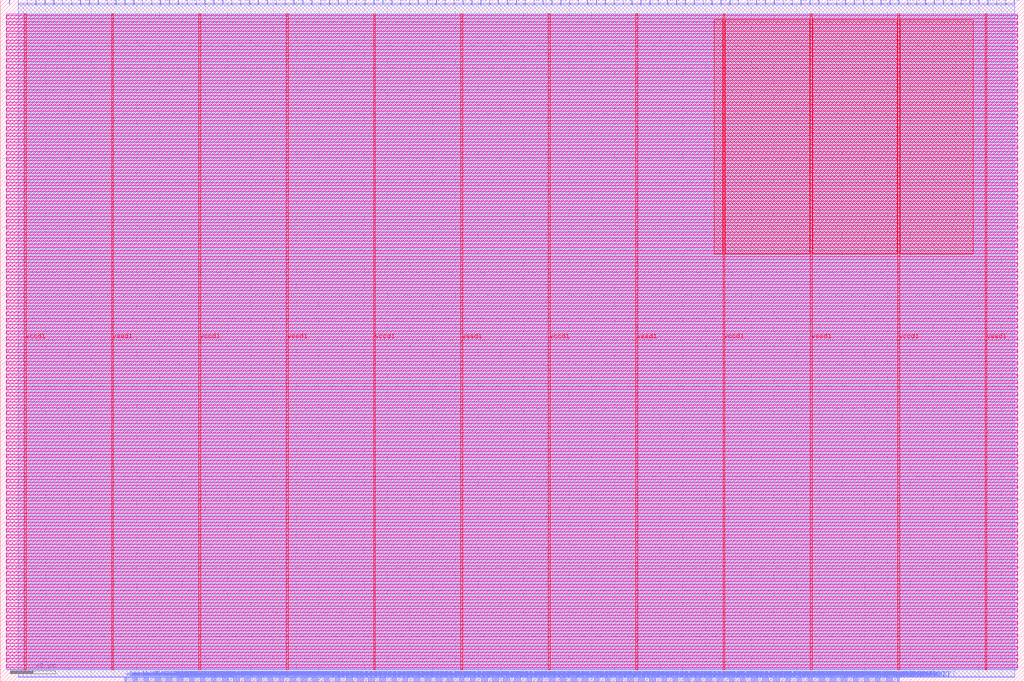
<source format=lef>
VERSION 5.7 ;
  NOWIREEXTENSIONATPIN ON ;
  DIVIDERCHAR "/" ;
  BUSBITCHARS "[]" ;
MACRO user_proj_example
  CLASS BLOCK ;
  FOREIGN user_proj_example ;
  ORIGIN 0.000 0.000 ;
  SIZE 900.000 BY 600.000 ;
  PIN io_in[0]
    DIRECTION INPUT ;
    USE SIGNAL ;
    PORT
      LAYER met2 ;
        RECT 7.910 596.000 8.190 600.000 ;
    END
  END io_in[0]
  PIN io_in[10]
    DIRECTION INPUT ;
    USE SIGNAL ;
    PORT
      LAYER met2 ;
        RECT 242.510 596.000 242.790 600.000 ;
    END
  END io_in[10]
  PIN io_in[11]
    DIRECTION INPUT ;
    USE SIGNAL ;
    PORT
      LAYER met2 ;
        RECT 265.970 596.000 266.250 600.000 ;
    END
  END io_in[11]
  PIN io_in[12]
    DIRECTION INPUT ;
    USE SIGNAL ;
    PORT
      LAYER met2 ;
        RECT 289.430 596.000 289.710 600.000 ;
    END
  END io_in[12]
  PIN io_in[13]
    DIRECTION INPUT ;
    USE SIGNAL ;
    PORT
      LAYER met2 ;
        RECT 312.890 596.000 313.170 600.000 ;
    END
  END io_in[13]
  PIN io_in[14]
    DIRECTION INPUT ;
    USE SIGNAL ;
    PORT
      LAYER met2 ;
        RECT 336.350 596.000 336.630 600.000 ;
    END
  END io_in[14]
  PIN io_in[15]
    DIRECTION INPUT ;
    USE SIGNAL ;
    PORT
      LAYER met2 ;
        RECT 359.810 596.000 360.090 600.000 ;
    END
  END io_in[15]
  PIN io_in[16]
    DIRECTION INPUT ;
    USE SIGNAL ;
    PORT
      LAYER met2 ;
        RECT 383.270 596.000 383.550 600.000 ;
    END
  END io_in[16]
  PIN io_in[17]
    DIRECTION INPUT ;
    USE SIGNAL ;
    PORT
      LAYER met2 ;
        RECT 406.730 596.000 407.010 600.000 ;
    END
  END io_in[17]
  PIN io_in[18]
    DIRECTION INPUT ;
    USE SIGNAL ;
    PORT
      LAYER met2 ;
        RECT 430.190 596.000 430.470 600.000 ;
    END
  END io_in[18]
  PIN io_in[19]
    DIRECTION INPUT ;
    USE SIGNAL ;
    PORT
      LAYER met2 ;
        RECT 453.650 596.000 453.930 600.000 ;
    END
  END io_in[19]
  PIN io_in[1]
    DIRECTION INPUT ;
    USE SIGNAL ;
    PORT
      LAYER met2 ;
        RECT 31.370 596.000 31.650 600.000 ;
    END
  END io_in[1]
  PIN io_in[20]
    DIRECTION INPUT ;
    USE SIGNAL ;
    PORT
      LAYER met2 ;
        RECT 477.110 596.000 477.390 600.000 ;
    END
  END io_in[20]
  PIN io_in[21]
    DIRECTION INPUT ;
    USE SIGNAL ;
    PORT
      LAYER met2 ;
        RECT 500.570 596.000 500.850 600.000 ;
    END
  END io_in[21]
  PIN io_in[22]
    DIRECTION INPUT ;
    USE SIGNAL ;
    PORT
      LAYER met2 ;
        RECT 524.030 596.000 524.310 600.000 ;
    END
  END io_in[22]
  PIN io_in[23]
    DIRECTION INPUT ;
    USE SIGNAL ;
    PORT
      LAYER met2 ;
        RECT 547.490 596.000 547.770 600.000 ;
    END
  END io_in[23]
  PIN io_in[24]
    DIRECTION INPUT ;
    USE SIGNAL ;
    PORT
      LAYER met2 ;
        RECT 570.950 596.000 571.230 600.000 ;
    END
  END io_in[24]
  PIN io_in[25]
    DIRECTION INPUT ;
    USE SIGNAL ;
    PORT
      LAYER met2 ;
        RECT 594.410 596.000 594.690 600.000 ;
    END
  END io_in[25]
  PIN io_in[26]
    DIRECTION INPUT ;
    USE SIGNAL ;
    PORT
      LAYER met2 ;
        RECT 617.870 596.000 618.150 600.000 ;
    END
  END io_in[26]
  PIN io_in[27]
    DIRECTION INPUT ;
    USE SIGNAL ;
    PORT
      LAYER met2 ;
        RECT 641.330 596.000 641.610 600.000 ;
    END
  END io_in[27]
  PIN io_in[28]
    DIRECTION INPUT ;
    USE SIGNAL ;
    PORT
      LAYER met2 ;
        RECT 664.790 596.000 665.070 600.000 ;
    END
  END io_in[28]
  PIN io_in[29]
    DIRECTION INPUT ;
    USE SIGNAL ;
    PORT
      LAYER met2 ;
        RECT 688.250 596.000 688.530 600.000 ;
    END
  END io_in[29]
  PIN io_in[2]
    DIRECTION INPUT ;
    USE SIGNAL ;
    PORT
      LAYER met2 ;
        RECT 54.830 596.000 55.110 600.000 ;
    END
  END io_in[2]
  PIN io_in[30]
    DIRECTION INPUT ;
    USE SIGNAL ;
    PORT
      LAYER met2 ;
        RECT 711.710 596.000 711.990 600.000 ;
    END
  END io_in[30]
  PIN io_in[31]
    DIRECTION INPUT ;
    USE SIGNAL ;
    PORT
      LAYER met2 ;
        RECT 735.170 596.000 735.450 600.000 ;
    END
  END io_in[31]
  PIN io_in[32]
    DIRECTION INPUT ;
    USE SIGNAL ;
    PORT
      LAYER met2 ;
        RECT 758.630 596.000 758.910 600.000 ;
    END
  END io_in[32]
  PIN io_in[33]
    DIRECTION INPUT ;
    USE SIGNAL ;
    PORT
      LAYER met2 ;
        RECT 782.090 596.000 782.370 600.000 ;
    END
  END io_in[33]
  PIN io_in[34]
    DIRECTION INPUT ;
    USE SIGNAL ;
    PORT
      LAYER met2 ;
        RECT 805.550 596.000 805.830 600.000 ;
    END
  END io_in[34]
  PIN io_in[35]
    DIRECTION INPUT ;
    USE SIGNAL ;
    PORT
      LAYER met2 ;
        RECT 829.010 596.000 829.290 600.000 ;
    END
  END io_in[35]
  PIN io_in[36]
    DIRECTION INPUT ;
    USE SIGNAL ;
    PORT
      LAYER met2 ;
        RECT 852.470 596.000 852.750 600.000 ;
    END
  END io_in[36]
  PIN io_in[37]
    DIRECTION INPUT ;
    USE SIGNAL ;
    PORT
      LAYER met2 ;
        RECT 875.930 596.000 876.210 600.000 ;
    END
  END io_in[37]
  PIN io_in[3]
    DIRECTION INPUT ;
    USE SIGNAL ;
    PORT
      LAYER met2 ;
        RECT 78.290 596.000 78.570 600.000 ;
    END
  END io_in[3]
  PIN io_in[4]
    DIRECTION INPUT ;
    USE SIGNAL ;
    PORT
      LAYER met2 ;
        RECT 101.750 596.000 102.030 600.000 ;
    END
  END io_in[4]
  PIN io_in[5]
    DIRECTION INPUT ;
    USE SIGNAL ;
    PORT
      LAYER met2 ;
        RECT 125.210 596.000 125.490 600.000 ;
    END
  END io_in[5]
  PIN io_in[6]
    DIRECTION INPUT ;
    USE SIGNAL ;
    PORT
      LAYER met2 ;
        RECT 148.670 596.000 148.950 600.000 ;
    END
  END io_in[6]
  PIN io_in[7]
    DIRECTION INPUT ;
    USE SIGNAL ;
    PORT
      LAYER met2 ;
        RECT 172.130 596.000 172.410 600.000 ;
    END
  END io_in[7]
  PIN io_in[8]
    DIRECTION INPUT ;
    USE SIGNAL ;
    PORT
      LAYER met2 ;
        RECT 195.590 596.000 195.870 600.000 ;
    END
  END io_in[8]
  PIN io_in[9]
    DIRECTION INPUT ;
    USE SIGNAL ;
    PORT
      LAYER met2 ;
        RECT 219.050 596.000 219.330 600.000 ;
    END
  END io_in[9]
  PIN io_oeb[0]
    DIRECTION OUTPUT TRISTATE ;
    USE SIGNAL ;
    PORT
      LAYER met2 ;
        RECT 15.730 596.000 16.010 600.000 ;
    END
  END io_oeb[0]
  PIN io_oeb[10]
    DIRECTION OUTPUT TRISTATE ;
    USE SIGNAL ;
    PORT
      LAYER met2 ;
        RECT 250.330 596.000 250.610 600.000 ;
    END
  END io_oeb[10]
  PIN io_oeb[11]
    DIRECTION OUTPUT TRISTATE ;
    USE SIGNAL ;
    PORT
      LAYER met2 ;
        RECT 273.790 596.000 274.070 600.000 ;
    END
  END io_oeb[11]
  PIN io_oeb[12]
    DIRECTION OUTPUT TRISTATE ;
    USE SIGNAL ;
    PORT
      LAYER met2 ;
        RECT 297.250 596.000 297.530 600.000 ;
    END
  END io_oeb[12]
  PIN io_oeb[13]
    DIRECTION OUTPUT TRISTATE ;
    USE SIGNAL ;
    PORT
      LAYER met2 ;
        RECT 320.710 596.000 320.990 600.000 ;
    END
  END io_oeb[13]
  PIN io_oeb[14]
    DIRECTION OUTPUT TRISTATE ;
    USE SIGNAL ;
    PORT
      LAYER met2 ;
        RECT 344.170 596.000 344.450 600.000 ;
    END
  END io_oeb[14]
  PIN io_oeb[15]
    DIRECTION OUTPUT TRISTATE ;
    USE SIGNAL ;
    PORT
      LAYER met2 ;
        RECT 367.630 596.000 367.910 600.000 ;
    END
  END io_oeb[15]
  PIN io_oeb[16]
    DIRECTION OUTPUT TRISTATE ;
    USE SIGNAL ;
    PORT
      LAYER met2 ;
        RECT 391.090 596.000 391.370 600.000 ;
    END
  END io_oeb[16]
  PIN io_oeb[17]
    DIRECTION OUTPUT TRISTATE ;
    USE SIGNAL ;
    PORT
      LAYER met2 ;
        RECT 414.550 596.000 414.830 600.000 ;
    END
  END io_oeb[17]
  PIN io_oeb[18]
    DIRECTION OUTPUT TRISTATE ;
    USE SIGNAL ;
    PORT
      LAYER met2 ;
        RECT 438.010 596.000 438.290 600.000 ;
    END
  END io_oeb[18]
  PIN io_oeb[19]
    DIRECTION OUTPUT TRISTATE ;
    USE SIGNAL ;
    PORT
      LAYER met2 ;
        RECT 461.470 596.000 461.750 600.000 ;
    END
  END io_oeb[19]
  PIN io_oeb[1]
    DIRECTION OUTPUT TRISTATE ;
    USE SIGNAL ;
    PORT
      LAYER met2 ;
        RECT 39.190 596.000 39.470 600.000 ;
    END
  END io_oeb[1]
  PIN io_oeb[20]
    DIRECTION OUTPUT TRISTATE ;
    USE SIGNAL ;
    PORT
      LAYER met2 ;
        RECT 484.930 596.000 485.210 600.000 ;
    END
  END io_oeb[20]
  PIN io_oeb[21]
    DIRECTION OUTPUT TRISTATE ;
    USE SIGNAL ;
    PORT
      LAYER met2 ;
        RECT 508.390 596.000 508.670 600.000 ;
    END
  END io_oeb[21]
  PIN io_oeb[22]
    DIRECTION OUTPUT TRISTATE ;
    USE SIGNAL ;
    PORT
      LAYER met2 ;
        RECT 531.850 596.000 532.130 600.000 ;
    END
  END io_oeb[22]
  PIN io_oeb[23]
    DIRECTION OUTPUT TRISTATE ;
    USE SIGNAL ;
    PORT
      LAYER met2 ;
        RECT 555.310 596.000 555.590 600.000 ;
    END
  END io_oeb[23]
  PIN io_oeb[24]
    DIRECTION OUTPUT TRISTATE ;
    USE SIGNAL ;
    PORT
      LAYER met2 ;
        RECT 578.770 596.000 579.050 600.000 ;
    END
  END io_oeb[24]
  PIN io_oeb[25]
    DIRECTION OUTPUT TRISTATE ;
    USE SIGNAL ;
    PORT
      LAYER met2 ;
        RECT 602.230 596.000 602.510 600.000 ;
    END
  END io_oeb[25]
  PIN io_oeb[26]
    DIRECTION OUTPUT TRISTATE ;
    USE SIGNAL ;
    PORT
      LAYER met2 ;
        RECT 625.690 596.000 625.970 600.000 ;
    END
  END io_oeb[26]
  PIN io_oeb[27]
    DIRECTION OUTPUT TRISTATE ;
    USE SIGNAL ;
    PORT
      LAYER met2 ;
        RECT 649.150 596.000 649.430 600.000 ;
    END
  END io_oeb[27]
  PIN io_oeb[28]
    DIRECTION OUTPUT TRISTATE ;
    USE SIGNAL ;
    PORT
      LAYER met2 ;
        RECT 672.610 596.000 672.890 600.000 ;
    END
  END io_oeb[28]
  PIN io_oeb[29]
    DIRECTION OUTPUT TRISTATE ;
    USE SIGNAL ;
    PORT
      LAYER met2 ;
        RECT 696.070 596.000 696.350 600.000 ;
    END
  END io_oeb[29]
  PIN io_oeb[2]
    DIRECTION OUTPUT TRISTATE ;
    USE SIGNAL ;
    PORT
      LAYER met2 ;
        RECT 62.650 596.000 62.930 600.000 ;
    END
  END io_oeb[2]
  PIN io_oeb[30]
    DIRECTION OUTPUT TRISTATE ;
    USE SIGNAL ;
    PORT
      LAYER met2 ;
        RECT 719.530 596.000 719.810 600.000 ;
    END
  END io_oeb[30]
  PIN io_oeb[31]
    DIRECTION OUTPUT TRISTATE ;
    USE SIGNAL ;
    PORT
      LAYER met2 ;
        RECT 742.990 596.000 743.270 600.000 ;
    END
  END io_oeb[31]
  PIN io_oeb[32]
    DIRECTION OUTPUT TRISTATE ;
    USE SIGNAL ;
    PORT
      LAYER met2 ;
        RECT 766.450 596.000 766.730 600.000 ;
    END
  END io_oeb[32]
  PIN io_oeb[33]
    DIRECTION OUTPUT TRISTATE ;
    USE SIGNAL ;
    PORT
      LAYER met2 ;
        RECT 789.910 596.000 790.190 600.000 ;
    END
  END io_oeb[33]
  PIN io_oeb[34]
    DIRECTION OUTPUT TRISTATE ;
    USE SIGNAL ;
    PORT
      LAYER met2 ;
        RECT 813.370 596.000 813.650 600.000 ;
    END
  END io_oeb[34]
  PIN io_oeb[35]
    DIRECTION OUTPUT TRISTATE ;
    USE SIGNAL ;
    PORT
      LAYER met2 ;
        RECT 836.830 596.000 837.110 600.000 ;
    END
  END io_oeb[35]
  PIN io_oeb[36]
    DIRECTION OUTPUT TRISTATE ;
    USE SIGNAL ;
    PORT
      LAYER met2 ;
        RECT 860.290 596.000 860.570 600.000 ;
    END
  END io_oeb[36]
  PIN io_oeb[37]
    DIRECTION OUTPUT TRISTATE ;
    USE SIGNAL ;
    PORT
      LAYER met2 ;
        RECT 883.750 596.000 884.030 600.000 ;
    END
  END io_oeb[37]
  PIN io_oeb[3]
    DIRECTION OUTPUT TRISTATE ;
    USE SIGNAL ;
    PORT
      LAYER met2 ;
        RECT 86.110 596.000 86.390 600.000 ;
    END
  END io_oeb[3]
  PIN io_oeb[4]
    DIRECTION OUTPUT TRISTATE ;
    USE SIGNAL ;
    PORT
      LAYER met2 ;
        RECT 109.570 596.000 109.850 600.000 ;
    END
  END io_oeb[4]
  PIN io_oeb[5]
    DIRECTION OUTPUT TRISTATE ;
    USE SIGNAL ;
    PORT
      LAYER met2 ;
        RECT 133.030 596.000 133.310 600.000 ;
    END
  END io_oeb[5]
  PIN io_oeb[6]
    DIRECTION OUTPUT TRISTATE ;
    USE SIGNAL ;
    PORT
      LAYER met2 ;
        RECT 156.490 596.000 156.770 600.000 ;
    END
  END io_oeb[6]
  PIN io_oeb[7]
    DIRECTION OUTPUT TRISTATE ;
    USE SIGNAL ;
    PORT
      LAYER met2 ;
        RECT 179.950 596.000 180.230 600.000 ;
    END
  END io_oeb[7]
  PIN io_oeb[8]
    DIRECTION OUTPUT TRISTATE ;
    USE SIGNAL ;
    PORT
      LAYER met2 ;
        RECT 203.410 596.000 203.690 600.000 ;
    END
  END io_oeb[8]
  PIN io_oeb[9]
    DIRECTION OUTPUT TRISTATE ;
    USE SIGNAL ;
    PORT
      LAYER met2 ;
        RECT 226.870 596.000 227.150 600.000 ;
    END
  END io_oeb[9]
  PIN io_out[0]
    DIRECTION OUTPUT TRISTATE ;
    USE SIGNAL ;
    PORT
      LAYER met2 ;
        RECT 23.550 596.000 23.830 600.000 ;
    END
  END io_out[0]
  PIN io_out[10]
    DIRECTION OUTPUT TRISTATE ;
    USE SIGNAL ;
    PORT
      LAYER met2 ;
        RECT 258.150 596.000 258.430 600.000 ;
    END
  END io_out[10]
  PIN io_out[11]
    DIRECTION OUTPUT TRISTATE ;
    USE SIGNAL ;
    PORT
      LAYER met2 ;
        RECT 281.610 596.000 281.890 600.000 ;
    END
  END io_out[11]
  PIN io_out[12]
    DIRECTION OUTPUT TRISTATE ;
    USE SIGNAL ;
    PORT
      LAYER met2 ;
        RECT 305.070 596.000 305.350 600.000 ;
    END
  END io_out[12]
  PIN io_out[13]
    DIRECTION OUTPUT TRISTATE ;
    USE SIGNAL ;
    PORT
      LAYER met2 ;
        RECT 328.530 596.000 328.810 600.000 ;
    END
  END io_out[13]
  PIN io_out[14]
    DIRECTION OUTPUT TRISTATE ;
    USE SIGNAL ;
    PORT
      LAYER met2 ;
        RECT 351.990 596.000 352.270 600.000 ;
    END
  END io_out[14]
  PIN io_out[15]
    DIRECTION OUTPUT TRISTATE ;
    USE SIGNAL ;
    PORT
      LAYER met2 ;
        RECT 375.450 596.000 375.730 600.000 ;
    END
  END io_out[15]
  PIN io_out[16]
    DIRECTION OUTPUT TRISTATE ;
    USE SIGNAL ;
    PORT
      LAYER met2 ;
        RECT 398.910 596.000 399.190 600.000 ;
    END
  END io_out[16]
  PIN io_out[17]
    DIRECTION OUTPUT TRISTATE ;
    USE SIGNAL ;
    PORT
      LAYER met2 ;
        RECT 422.370 596.000 422.650 600.000 ;
    END
  END io_out[17]
  PIN io_out[18]
    DIRECTION OUTPUT TRISTATE ;
    USE SIGNAL ;
    PORT
      LAYER met2 ;
        RECT 445.830 596.000 446.110 600.000 ;
    END
  END io_out[18]
  PIN io_out[19]
    DIRECTION OUTPUT TRISTATE ;
    USE SIGNAL ;
    PORT
      LAYER met2 ;
        RECT 469.290 596.000 469.570 600.000 ;
    END
  END io_out[19]
  PIN io_out[1]
    DIRECTION OUTPUT TRISTATE ;
    USE SIGNAL ;
    PORT
      LAYER met2 ;
        RECT 47.010 596.000 47.290 600.000 ;
    END
  END io_out[1]
  PIN io_out[20]
    DIRECTION OUTPUT TRISTATE ;
    USE SIGNAL ;
    PORT
      LAYER met2 ;
        RECT 492.750 596.000 493.030 600.000 ;
    END
  END io_out[20]
  PIN io_out[21]
    DIRECTION OUTPUT TRISTATE ;
    USE SIGNAL ;
    PORT
      LAYER met2 ;
        RECT 516.210 596.000 516.490 600.000 ;
    END
  END io_out[21]
  PIN io_out[22]
    DIRECTION OUTPUT TRISTATE ;
    USE SIGNAL ;
    PORT
      LAYER met2 ;
        RECT 539.670 596.000 539.950 600.000 ;
    END
  END io_out[22]
  PIN io_out[23]
    DIRECTION OUTPUT TRISTATE ;
    USE SIGNAL ;
    PORT
      LAYER met2 ;
        RECT 563.130 596.000 563.410 600.000 ;
    END
  END io_out[23]
  PIN io_out[24]
    DIRECTION OUTPUT TRISTATE ;
    USE SIGNAL ;
    PORT
      LAYER met2 ;
        RECT 586.590 596.000 586.870 600.000 ;
    END
  END io_out[24]
  PIN io_out[25]
    DIRECTION OUTPUT TRISTATE ;
    USE SIGNAL ;
    PORT
      LAYER met2 ;
        RECT 610.050 596.000 610.330 600.000 ;
    END
  END io_out[25]
  PIN io_out[26]
    DIRECTION OUTPUT TRISTATE ;
    USE SIGNAL ;
    PORT
      LAYER met2 ;
        RECT 633.510 596.000 633.790 600.000 ;
    END
  END io_out[26]
  PIN io_out[27]
    DIRECTION OUTPUT TRISTATE ;
    USE SIGNAL ;
    PORT
      LAYER met2 ;
        RECT 656.970 596.000 657.250 600.000 ;
    END
  END io_out[27]
  PIN io_out[28]
    DIRECTION OUTPUT TRISTATE ;
    USE SIGNAL ;
    PORT
      LAYER met2 ;
        RECT 680.430 596.000 680.710 600.000 ;
    END
  END io_out[28]
  PIN io_out[29]
    DIRECTION OUTPUT TRISTATE ;
    USE SIGNAL ;
    PORT
      LAYER met2 ;
        RECT 703.890 596.000 704.170 600.000 ;
    END
  END io_out[29]
  PIN io_out[2]
    DIRECTION OUTPUT TRISTATE ;
    USE SIGNAL ;
    PORT
      LAYER met2 ;
        RECT 70.470 596.000 70.750 600.000 ;
    END
  END io_out[2]
  PIN io_out[30]
    DIRECTION OUTPUT TRISTATE ;
    USE SIGNAL ;
    PORT
      LAYER met2 ;
        RECT 727.350 596.000 727.630 600.000 ;
    END
  END io_out[30]
  PIN io_out[31]
    DIRECTION OUTPUT TRISTATE ;
    USE SIGNAL ;
    PORT
      LAYER met2 ;
        RECT 750.810 596.000 751.090 600.000 ;
    END
  END io_out[31]
  PIN io_out[32]
    DIRECTION OUTPUT TRISTATE ;
    USE SIGNAL ;
    PORT
      LAYER met2 ;
        RECT 774.270 596.000 774.550 600.000 ;
    END
  END io_out[32]
  PIN io_out[33]
    DIRECTION OUTPUT TRISTATE ;
    USE SIGNAL ;
    PORT
      LAYER met2 ;
        RECT 797.730 596.000 798.010 600.000 ;
    END
  END io_out[33]
  PIN io_out[34]
    DIRECTION OUTPUT TRISTATE ;
    USE SIGNAL ;
    PORT
      LAYER met2 ;
        RECT 821.190 596.000 821.470 600.000 ;
    END
  END io_out[34]
  PIN io_out[35]
    DIRECTION OUTPUT TRISTATE ;
    USE SIGNAL ;
    PORT
      LAYER met2 ;
        RECT 844.650 596.000 844.930 600.000 ;
    END
  END io_out[35]
  PIN io_out[36]
    DIRECTION OUTPUT TRISTATE ;
    USE SIGNAL ;
    PORT
      LAYER met2 ;
        RECT 868.110 596.000 868.390 600.000 ;
    END
  END io_out[36]
  PIN io_out[37]
    DIRECTION OUTPUT TRISTATE ;
    USE SIGNAL ;
    PORT
      LAYER met2 ;
        RECT 891.570 596.000 891.850 600.000 ;
    END
  END io_out[37]
  PIN io_out[3]
    DIRECTION OUTPUT TRISTATE ;
    USE SIGNAL ;
    PORT
      LAYER met2 ;
        RECT 93.930 596.000 94.210 600.000 ;
    END
  END io_out[3]
  PIN io_out[4]
    DIRECTION OUTPUT TRISTATE ;
    USE SIGNAL ;
    PORT
      LAYER met2 ;
        RECT 117.390 596.000 117.670 600.000 ;
    END
  END io_out[4]
  PIN io_out[5]
    DIRECTION OUTPUT TRISTATE ;
    USE SIGNAL ;
    PORT
      LAYER met2 ;
        RECT 140.850 596.000 141.130 600.000 ;
    END
  END io_out[5]
  PIN io_out[6]
    DIRECTION OUTPUT TRISTATE ;
    USE SIGNAL ;
    PORT
      LAYER met2 ;
        RECT 164.310 596.000 164.590 600.000 ;
    END
  END io_out[6]
  PIN io_out[7]
    DIRECTION OUTPUT TRISTATE ;
    USE SIGNAL ;
    PORT
      LAYER met2 ;
        RECT 187.770 596.000 188.050 600.000 ;
    END
  END io_out[7]
  PIN io_out[8]
    DIRECTION OUTPUT TRISTATE ;
    USE SIGNAL ;
    PORT
      LAYER met2 ;
        RECT 211.230 596.000 211.510 600.000 ;
    END
  END io_out[8]
  PIN io_out[9]
    DIRECTION OUTPUT TRISTATE ;
    USE SIGNAL ;
    PORT
      LAYER met2 ;
        RECT 234.690 596.000 234.970 600.000 ;
    END
  END io_out[9]
  PIN irq[0]
    DIRECTION OUTPUT TRISTATE ;
    USE SIGNAL ;
    PORT
      LAYER met2 ;
        RECT 787.150 0.000 787.430 4.000 ;
    END
  END irq[0]
  PIN irq[1]
    DIRECTION OUTPUT TRISTATE ;
    USE SIGNAL ;
    PORT
      LAYER met2 ;
        RECT 788.530 0.000 788.810 4.000 ;
    END
  END irq[1]
  PIN irq[2]
    DIRECTION OUTPUT TRISTATE ;
    USE SIGNAL ;
    PORT
      LAYER met2 ;
        RECT 789.910 0.000 790.190 4.000 ;
    END
  END irq[2]
  PIN la_data_in[0]
    DIRECTION INPUT ;
    USE SIGNAL ;
    PORT
      LAYER met2 ;
        RECT 255.850 0.000 256.130 4.000 ;
    END
  END la_data_in[0]
  PIN la_data_in[100]
    DIRECTION INPUT ;
    USE SIGNAL ;
    PORT
      LAYER met2 ;
        RECT 669.850 0.000 670.130 4.000 ;
    END
  END la_data_in[100]
  PIN la_data_in[101]
    DIRECTION INPUT ;
    USE SIGNAL ;
    PORT
      LAYER met2 ;
        RECT 673.990 0.000 674.270 4.000 ;
    END
  END la_data_in[101]
  PIN la_data_in[102]
    DIRECTION INPUT ;
    USE SIGNAL ;
    PORT
      LAYER met2 ;
        RECT 678.130 0.000 678.410 4.000 ;
    END
  END la_data_in[102]
  PIN la_data_in[103]
    DIRECTION INPUT ;
    USE SIGNAL ;
    PORT
      LAYER met2 ;
        RECT 682.270 0.000 682.550 4.000 ;
    END
  END la_data_in[103]
  PIN la_data_in[104]
    DIRECTION INPUT ;
    USE SIGNAL ;
    PORT
      LAYER met2 ;
        RECT 686.410 0.000 686.690 4.000 ;
    END
  END la_data_in[104]
  PIN la_data_in[105]
    DIRECTION INPUT ;
    USE SIGNAL ;
    PORT
      LAYER met2 ;
        RECT 690.550 0.000 690.830 4.000 ;
    END
  END la_data_in[105]
  PIN la_data_in[106]
    DIRECTION INPUT ;
    USE SIGNAL ;
    PORT
      LAYER met2 ;
        RECT 694.690 0.000 694.970 4.000 ;
    END
  END la_data_in[106]
  PIN la_data_in[107]
    DIRECTION INPUT ;
    USE SIGNAL ;
    PORT
      LAYER met2 ;
        RECT 698.830 0.000 699.110 4.000 ;
    END
  END la_data_in[107]
  PIN la_data_in[108]
    DIRECTION INPUT ;
    USE SIGNAL ;
    PORT
      LAYER met2 ;
        RECT 702.970 0.000 703.250 4.000 ;
    END
  END la_data_in[108]
  PIN la_data_in[109]
    DIRECTION INPUT ;
    USE SIGNAL ;
    PORT
      LAYER met2 ;
        RECT 707.110 0.000 707.390 4.000 ;
    END
  END la_data_in[109]
  PIN la_data_in[10]
    DIRECTION INPUT ;
    USE SIGNAL ;
    PORT
      LAYER met2 ;
        RECT 297.250 0.000 297.530 4.000 ;
    END
  END la_data_in[10]
  PIN la_data_in[110]
    DIRECTION INPUT ;
    USE SIGNAL ;
    PORT
      LAYER met2 ;
        RECT 711.250 0.000 711.530 4.000 ;
    END
  END la_data_in[110]
  PIN la_data_in[111]
    DIRECTION INPUT ;
    USE SIGNAL ;
    PORT
      LAYER met2 ;
        RECT 715.390 0.000 715.670 4.000 ;
    END
  END la_data_in[111]
  PIN la_data_in[112]
    DIRECTION INPUT ;
    USE SIGNAL ;
    PORT
      LAYER met2 ;
        RECT 719.530 0.000 719.810 4.000 ;
    END
  END la_data_in[112]
  PIN la_data_in[113]
    DIRECTION INPUT ;
    USE SIGNAL ;
    PORT
      LAYER met2 ;
        RECT 723.670 0.000 723.950 4.000 ;
    END
  END la_data_in[113]
  PIN la_data_in[114]
    DIRECTION INPUT ;
    USE SIGNAL ;
    PORT
      LAYER met2 ;
        RECT 727.810 0.000 728.090 4.000 ;
    END
  END la_data_in[114]
  PIN la_data_in[115]
    DIRECTION INPUT ;
    USE SIGNAL ;
    PORT
      LAYER met2 ;
        RECT 731.950 0.000 732.230 4.000 ;
    END
  END la_data_in[115]
  PIN la_data_in[116]
    DIRECTION INPUT ;
    USE SIGNAL ;
    PORT
      LAYER met2 ;
        RECT 736.090 0.000 736.370 4.000 ;
    END
  END la_data_in[116]
  PIN la_data_in[117]
    DIRECTION INPUT ;
    USE SIGNAL ;
    PORT
      LAYER met2 ;
        RECT 740.230 0.000 740.510 4.000 ;
    END
  END la_data_in[117]
  PIN la_data_in[118]
    DIRECTION INPUT ;
    USE SIGNAL ;
    PORT
      LAYER met2 ;
        RECT 744.370 0.000 744.650 4.000 ;
    END
  END la_data_in[118]
  PIN la_data_in[119]
    DIRECTION INPUT ;
    USE SIGNAL ;
    PORT
      LAYER met2 ;
        RECT 748.510 0.000 748.790 4.000 ;
    END
  END la_data_in[119]
  PIN la_data_in[11]
    DIRECTION INPUT ;
    USE SIGNAL ;
    PORT
      LAYER met2 ;
        RECT 301.390 0.000 301.670 4.000 ;
    END
  END la_data_in[11]
  PIN la_data_in[120]
    DIRECTION INPUT ;
    USE SIGNAL ;
    PORT
      LAYER met2 ;
        RECT 752.650 0.000 752.930 4.000 ;
    END
  END la_data_in[120]
  PIN la_data_in[121]
    DIRECTION INPUT ;
    USE SIGNAL ;
    PORT
      LAYER met2 ;
        RECT 756.790 0.000 757.070 4.000 ;
    END
  END la_data_in[121]
  PIN la_data_in[122]
    DIRECTION INPUT ;
    USE SIGNAL ;
    PORT
      LAYER met2 ;
        RECT 760.930 0.000 761.210 4.000 ;
    END
  END la_data_in[122]
  PIN la_data_in[123]
    DIRECTION INPUT ;
    USE SIGNAL ;
    PORT
      LAYER met2 ;
        RECT 765.070 0.000 765.350 4.000 ;
    END
  END la_data_in[123]
  PIN la_data_in[124]
    DIRECTION INPUT ;
    USE SIGNAL ;
    PORT
      LAYER met2 ;
        RECT 769.210 0.000 769.490 4.000 ;
    END
  END la_data_in[124]
  PIN la_data_in[125]
    DIRECTION INPUT ;
    USE SIGNAL ;
    PORT
      LAYER met2 ;
        RECT 773.350 0.000 773.630 4.000 ;
    END
  END la_data_in[125]
  PIN la_data_in[126]
    DIRECTION INPUT ;
    USE SIGNAL ;
    PORT
      LAYER met2 ;
        RECT 777.490 0.000 777.770 4.000 ;
    END
  END la_data_in[126]
  PIN la_data_in[127]
    DIRECTION INPUT ;
    USE SIGNAL ;
    PORT
      LAYER met2 ;
        RECT 781.630 0.000 781.910 4.000 ;
    END
  END la_data_in[127]
  PIN la_data_in[12]
    DIRECTION INPUT ;
    USE SIGNAL ;
    PORT
      LAYER met2 ;
        RECT 305.530 0.000 305.810 4.000 ;
    END
  END la_data_in[12]
  PIN la_data_in[13]
    DIRECTION INPUT ;
    USE SIGNAL ;
    PORT
      LAYER met2 ;
        RECT 309.670 0.000 309.950 4.000 ;
    END
  END la_data_in[13]
  PIN la_data_in[14]
    DIRECTION INPUT ;
    USE SIGNAL ;
    PORT
      LAYER met2 ;
        RECT 313.810 0.000 314.090 4.000 ;
    END
  END la_data_in[14]
  PIN la_data_in[15]
    DIRECTION INPUT ;
    USE SIGNAL ;
    PORT
      LAYER met2 ;
        RECT 317.950 0.000 318.230 4.000 ;
    END
  END la_data_in[15]
  PIN la_data_in[16]
    DIRECTION INPUT ;
    USE SIGNAL ;
    PORT
      LAYER met2 ;
        RECT 322.090 0.000 322.370 4.000 ;
    END
  END la_data_in[16]
  PIN la_data_in[17]
    DIRECTION INPUT ;
    USE SIGNAL ;
    PORT
      LAYER met2 ;
        RECT 326.230 0.000 326.510 4.000 ;
    END
  END la_data_in[17]
  PIN la_data_in[18]
    DIRECTION INPUT ;
    USE SIGNAL ;
    PORT
      LAYER met2 ;
        RECT 330.370 0.000 330.650 4.000 ;
    END
  END la_data_in[18]
  PIN la_data_in[19]
    DIRECTION INPUT ;
    USE SIGNAL ;
    PORT
      LAYER met2 ;
        RECT 334.510 0.000 334.790 4.000 ;
    END
  END la_data_in[19]
  PIN la_data_in[1]
    DIRECTION INPUT ;
    USE SIGNAL ;
    PORT
      LAYER met2 ;
        RECT 259.990 0.000 260.270 4.000 ;
    END
  END la_data_in[1]
  PIN la_data_in[20]
    DIRECTION INPUT ;
    USE SIGNAL ;
    PORT
      LAYER met2 ;
        RECT 338.650 0.000 338.930 4.000 ;
    END
  END la_data_in[20]
  PIN la_data_in[21]
    DIRECTION INPUT ;
    USE SIGNAL ;
    PORT
      LAYER met2 ;
        RECT 342.790 0.000 343.070 4.000 ;
    END
  END la_data_in[21]
  PIN la_data_in[22]
    DIRECTION INPUT ;
    USE SIGNAL ;
    PORT
      LAYER met2 ;
        RECT 346.930 0.000 347.210 4.000 ;
    END
  END la_data_in[22]
  PIN la_data_in[23]
    DIRECTION INPUT ;
    USE SIGNAL ;
    PORT
      LAYER met2 ;
        RECT 351.070 0.000 351.350 4.000 ;
    END
  END la_data_in[23]
  PIN la_data_in[24]
    DIRECTION INPUT ;
    USE SIGNAL ;
    PORT
      LAYER met2 ;
        RECT 355.210 0.000 355.490 4.000 ;
    END
  END la_data_in[24]
  PIN la_data_in[25]
    DIRECTION INPUT ;
    USE SIGNAL ;
    PORT
      LAYER met2 ;
        RECT 359.350 0.000 359.630 4.000 ;
    END
  END la_data_in[25]
  PIN la_data_in[26]
    DIRECTION INPUT ;
    USE SIGNAL ;
    PORT
      LAYER met2 ;
        RECT 363.490 0.000 363.770 4.000 ;
    END
  END la_data_in[26]
  PIN la_data_in[27]
    DIRECTION INPUT ;
    USE SIGNAL ;
    PORT
      LAYER met2 ;
        RECT 367.630 0.000 367.910 4.000 ;
    END
  END la_data_in[27]
  PIN la_data_in[28]
    DIRECTION INPUT ;
    USE SIGNAL ;
    PORT
      LAYER met2 ;
        RECT 371.770 0.000 372.050 4.000 ;
    END
  END la_data_in[28]
  PIN la_data_in[29]
    DIRECTION INPUT ;
    USE SIGNAL ;
    PORT
      LAYER met2 ;
        RECT 375.910 0.000 376.190 4.000 ;
    END
  END la_data_in[29]
  PIN la_data_in[2]
    DIRECTION INPUT ;
    USE SIGNAL ;
    PORT
      LAYER met2 ;
        RECT 264.130 0.000 264.410 4.000 ;
    END
  END la_data_in[2]
  PIN la_data_in[30]
    DIRECTION INPUT ;
    USE SIGNAL ;
    PORT
      LAYER met2 ;
        RECT 380.050 0.000 380.330 4.000 ;
    END
  END la_data_in[30]
  PIN la_data_in[31]
    DIRECTION INPUT ;
    USE SIGNAL ;
    PORT
      LAYER met2 ;
        RECT 384.190 0.000 384.470 4.000 ;
    END
  END la_data_in[31]
  PIN la_data_in[32]
    DIRECTION INPUT ;
    USE SIGNAL ;
    PORT
      LAYER met2 ;
        RECT 388.330 0.000 388.610 4.000 ;
    END
  END la_data_in[32]
  PIN la_data_in[33]
    DIRECTION INPUT ;
    USE SIGNAL ;
    PORT
      LAYER met2 ;
        RECT 392.470 0.000 392.750 4.000 ;
    END
  END la_data_in[33]
  PIN la_data_in[34]
    DIRECTION INPUT ;
    USE SIGNAL ;
    PORT
      LAYER met2 ;
        RECT 396.610 0.000 396.890 4.000 ;
    END
  END la_data_in[34]
  PIN la_data_in[35]
    DIRECTION INPUT ;
    USE SIGNAL ;
    PORT
      LAYER met2 ;
        RECT 400.750 0.000 401.030 4.000 ;
    END
  END la_data_in[35]
  PIN la_data_in[36]
    DIRECTION INPUT ;
    USE SIGNAL ;
    PORT
      LAYER met2 ;
        RECT 404.890 0.000 405.170 4.000 ;
    END
  END la_data_in[36]
  PIN la_data_in[37]
    DIRECTION INPUT ;
    USE SIGNAL ;
    PORT
      LAYER met2 ;
        RECT 409.030 0.000 409.310 4.000 ;
    END
  END la_data_in[37]
  PIN la_data_in[38]
    DIRECTION INPUT ;
    USE SIGNAL ;
    PORT
      LAYER met2 ;
        RECT 413.170 0.000 413.450 4.000 ;
    END
  END la_data_in[38]
  PIN la_data_in[39]
    DIRECTION INPUT ;
    USE SIGNAL ;
    PORT
      LAYER met2 ;
        RECT 417.310 0.000 417.590 4.000 ;
    END
  END la_data_in[39]
  PIN la_data_in[3]
    DIRECTION INPUT ;
    USE SIGNAL ;
    PORT
      LAYER met2 ;
        RECT 268.270 0.000 268.550 4.000 ;
    END
  END la_data_in[3]
  PIN la_data_in[40]
    DIRECTION INPUT ;
    USE SIGNAL ;
    PORT
      LAYER met2 ;
        RECT 421.450 0.000 421.730 4.000 ;
    END
  END la_data_in[40]
  PIN la_data_in[41]
    DIRECTION INPUT ;
    USE SIGNAL ;
    PORT
      LAYER met2 ;
        RECT 425.590 0.000 425.870 4.000 ;
    END
  END la_data_in[41]
  PIN la_data_in[42]
    DIRECTION INPUT ;
    USE SIGNAL ;
    PORT
      LAYER met2 ;
        RECT 429.730 0.000 430.010 4.000 ;
    END
  END la_data_in[42]
  PIN la_data_in[43]
    DIRECTION INPUT ;
    USE SIGNAL ;
    PORT
      LAYER met2 ;
        RECT 433.870 0.000 434.150 4.000 ;
    END
  END la_data_in[43]
  PIN la_data_in[44]
    DIRECTION INPUT ;
    USE SIGNAL ;
    PORT
      LAYER met2 ;
        RECT 438.010 0.000 438.290 4.000 ;
    END
  END la_data_in[44]
  PIN la_data_in[45]
    DIRECTION INPUT ;
    USE SIGNAL ;
    PORT
      LAYER met2 ;
        RECT 442.150 0.000 442.430 4.000 ;
    END
  END la_data_in[45]
  PIN la_data_in[46]
    DIRECTION INPUT ;
    USE SIGNAL ;
    PORT
      LAYER met2 ;
        RECT 446.290 0.000 446.570 4.000 ;
    END
  END la_data_in[46]
  PIN la_data_in[47]
    DIRECTION INPUT ;
    USE SIGNAL ;
    PORT
      LAYER met2 ;
        RECT 450.430 0.000 450.710 4.000 ;
    END
  END la_data_in[47]
  PIN la_data_in[48]
    DIRECTION INPUT ;
    USE SIGNAL ;
    PORT
      LAYER met2 ;
        RECT 454.570 0.000 454.850 4.000 ;
    END
  END la_data_in[48]
  PIN la_data_in[49]
    DIRECTION INPUT ;
    USE SIGNAL ;
    PORT
      LAYER met2 ;
        RECT 458.710 0.000 458.990 4.000 ;
    END
  END la_data_in[49]
  PIN la_data_in[4]
    DIRECTION INPUT ;
    USE SIGNAL ;
    PORT
      LAYER met2 ;
        RECT 272.410 0.000 272.690 4.000 ;
    END
  END la_data_in[4]
  PIN la_data_in[50]
    DIRECTION INPUT ;
    USE SIGNAL ;
    PORT
      LAYER met2 ;
        RECT 462.850 0.000 463.130 4.000 ;
    END
  END la_data_in[50]
  PIN la_data_in[51]
    DIRECTION INPUT ;
    USE SIGNAL ;
    PORT
      LAYER met2 ;
        RECT 466.990 0.000 467.270 4.000 ;
    END
  END la_data_in[51]
  PIN la_data_in[52]
    DIRECTION INPUT ;
    USE SIGNAL ;
    PORT
      LAYER met2 ;
        RECT 471.130 0.000 471.410 4.000 ;
    END
  END la_data_in[52]
  PIN la_data_in[53]
    DIRECTION INPUT ;
    USE SIGNAL ;
    PORT
      LAYER met2 ;
        RECT 475.270 0.000 475.550 4.000 ;
    END
  END la_data_in[53]
  PIN la_data_in[54]
    DIRECTION INPUT ;
    USE SIGNAL ;
    PORT
      LAYER met2 ;
        RECT 479.410 0.000 479.690 4.000 ;
    END
  END la_data_in[54]
  PIN la_data_in[55]
    DIRECTION INPUT ;
    USE SIGNAL ;
    PORT
      LAYER met2 ;
        RECT 483.550 0.000 483.830 4.000 ;
    END
  END la_data_in[55]
  PIN la_data_in[56]
    DIRECTION INPUT ;
    USE SIGNAL ;
    PORT
      LAYER met2 ;
        RECT 487.690 0.000 487.970 4.000 ;
    END
  END la_data_in[56]
  PIN la_data_in[57]
    DIRECTION INPUT ;
    USE SIGNAL ;
    PORT
      LAYER met2 ;
        RECT 491.830 0.000 492.110 4.000 ;
    END
  END la_data_in[57]
  PIN la_data_in[58]
    DIRECTION INPUT ;
    USE SIGNAL ;
    PORT
      LAYER met2 ;
        RECT 495.970 0.000 496.250 4.000 ;
    END
  END la_data_in[58]
  PIN la_data_in[59]
    DIRECTION INPUT ;
    USE SIGNAL ;
    PORT
      LAYER met2 ;
        RECT 500.110 0.000 500.390 4.000 ;
    END
  END la_data_in[59]
  PIN la_data_in[5]
    DIRECTION INPUT ;
    USE SIGNAL ;
    PORT
      LAYER met2 ;
        RECT 276.550 0.000 276.830 4.000 ;
    END
  END la_data_in[5]
  PIN la_data_in[60]
    DIRECTION INPUT ;
    USE SIGNAL ;
    PORT
      LAYER met2 ;
        RECT 504.250 0.000 504.530 4.000 ;
    END
  END la_data_in[60]
  PIN la_data_in[61]
    DIRECTION INPUT ;
    USE SIGNAL ;
    PORT
      LAYER met2 ;
        RECT 508.390 0.000 508.670 4.000 ;
    END
  END la_data_in[61]
  PIN la_data_in[62]
    DIRECTION INPUT ;
    USE SIGNAL ;
    PORT
      LAYER met2 ;
        RECT 512.530 0.000 512.810 4.000 ;
    END
  END la_data_in[62]
  PIN la_data_in[63]
    DIRECTION INPUT ;
    USE SIGNAL ;
    PORT
      LAYER met2 ;
        RECT 516.670 0.000 516.950 4.000 ;
    END
  END la_data_in[63]
  PIN la_data_in[64]
    DIRECTION INPUT ;
    USE SIGNAL ;
    PORT
      LAYER met2 ;
        RECT 520.810 0.000 521.090 4.000 ;
    END
  END la_data_in[64]
  PIN la_data_in[65]
    DIRECTION INPUT ;
    USE SIGNAL ;
    PORT
      LAYER met2 ;
        RECT 524.950 0.000 525.230 4.000 ;
    END
  END la_data_in[65]
  PIN la_data_in[66]
    DIRECTION INPUT ;
    USE SIGNAL ;
    PORT
      LAYER met2 ;
        RECT 529.090 0.000 529.370 4.000 ;
    END
  END la_data_in[66]
  PIN la_data_in[67]
    DIRECTION INPUT ;
    USE SIGNAL ;
    PORT
      LAYER met2 ;
        RECT 533.230 0.000 533.510 4.000 ;
    END
  END la_data_in[67]
  PIN la_data_in[68]
    DIRECTION INPUT ;
    USE SIGNAL ;
    PORT
      LAYER met2 ;
        RECT 537.370 0.000 537.650 4.000 ;
    END
  END la_data_in[68]
  PIN la_data_in[69]
    DIRECTION INPUT ;
    USE SIGNAL ;
    PORT
      LAYER met2 ;
        RECT 541.510 0.000 541.790 4.000 ;
    END
  END la_data_in[69]
  PIN la_data_in[6]
    DIRECTION INPUT ;
    USE SIGNAL ;
    PORT
      LAYER met2 ;
        RECT 280.690 0.000 280.970 4.000 ;
    END
  END la_data_in[6]
  PIN la_data_in[70]
    DIRECTION INPUT ;
    USE SIGNAL ;
    PORT
      LAYER met2 ;
        RECT 545.650 0.000 545.930 4.000 ;
    END
  END la_data_in[70]
  PIN la_data_in[71]
    DIRECTION INPUT ;
    USE SIGNAL ;
    PORT
      LAYER met2 ;
        RECT 549.790 0.000 550.070 4.000 ;
    END
  END la_data_in[71]
  PIN la_data_in[72]
    DIRECTION INPUT ;
    USE SIGNAL ;
    PORT
      LAYER met2 ;
        RECT 553.930 0.000 554.210 4.000 ;
    END
  END la_data_in[72]
  PIN la_data_in[73]
    DIRECTION INPUT ;
    USE SIGNAL ;
    PORT
      LAYER met2 ;
        RECT 558.070 0.000 558.350 4.000 ;
    END
  END la_data_in[73]
  PIN la_data_in[74]
    DIRECTION INPUT ;
    USE SIGNAL ;
    PORT
      LAYER met2 ;
        RECT 562.210 0.000 562.490 4.000 ;
    END
  END la_data_in[74]
  PIN la_data_in[75]
    DIRECTION INPUT ;
    USE SIGNAL ;
    PORT
      LAYER met2 ;
        RECT 566.350 0.000 566.630 4.000 ;
    END
  END la_data_in[75]
  PIN la_data_in[76]
    DIRECTION INPUT ;
    USE SIGNAL ;
    PORT
      LAYER met2 ;
        RECT 570.490 0.000 570.770 4.000 ;
    END
  END la_data_in[76]
  PIN la_data_in[77]
    DIRECTION INPUT ;
    USE SIGNAL ;
    PORT
      LAYER met2 ;
        RECT 574.630 0.000 574.910 4.000 ;
    END
  END la_data_in[77]
  PIN la_data_in[78]
    DIRECTION INPUT ;
    USE SIGNAL ;
    PORT
      LAYER met2 ;
        RECT 578.770 0.000 579.050 4.000 ;
    END
  END la_data_in[78]
  PIN la_data_in[79]
    DIRECTION INPUT ;
    USE SIGNAL ;
    PORT
      LAYER met2 ;
        RECT 582.910 0.000 583.190 4.000 ;
    END
  END la_data_in[79]
  PIN la_data_in[7]
    DIRECTION INPUT ;
    USE SIGNAL ;
    PORT
      LAYER met2 ;
        RECT 284.830 0.000 285.110 4.000 ;
    END
  END la_data_in[7]
  PIN la_data_in[80]
    DIRECTION INPUT ;
    USE SIGNAL ;
    PORT
      LAYER met2 ;
        RECT 587.050 0.000 587.330 4.000 ;
    END
  END la_data_in[80]
  PIN la_data_in[81]
    DIRECTION INPUT ;
    USE SIGNAL ;
    PORT
      LAYER met2 ;
        RECT 591.190 0.000 591.470 4.000 ;
    END
  END la_data_in[81]
  PIN la_data_in[82]
    DIRECTION INPUT ;
    USE SIGNAL ;
    PORT
      LAYER met2 ;
        RECT 595.330 0.000 595.610 4.000 ;
    END
  END la_data_in[82]
  PIN la_data_in[83]
    DIRECTION INPUT ;
    USE SIGNAL ;
    PORT
      LAYER met2 ;
        RECT 599.470 0.000 599.750 4.000 ;
    END
  END la_data_in[83]
  PIN la_data_in[84]
    DIRECTION INPUT ;
    USE SIGNAL ;
    PORT
      LAYER met2 ;
        RECT 603.610 0.000 603.890 4.000 ;
    END
  END la_data_in[84]
  PIN la_data_in[85]
    DIRECTION INPUT ;
    USE SIGNAL ;
    PORT
      LAYER met2 ;
        RECT 607.750 0.000 608.030 4.000 ;
    END
  END la_data_in[85]
  PIN la_data_in[86]
    DIRECTION INPUT ;
    USE SIGNAL ;
    PORT
      LAYER met2 ;
        RECT 611.890 0.000 612.170 4.000 ;
    END
  END la_data_in[86]
  PIN la_data_in[87]
    DIRECTION INPUT ;
    USE SIGNAL ;
    PORT
      LAYER met2 ;
        RECT 616.030 0.000 616.310 4.000 ;
    END
  END la_data_in[87]
  PIN la_data_in[88]
    DIRECTION INPUT ;
    USE SIGNAL ;
    PORT
      LAYER met2 ;
        RECT 620.170 0.000 620.450 4.000 ;
    END
  END la_data_in[88]
  PIN la_data_in[89]
    DIRECTION INPUT ;
    USE SIGNAL ;
    PORT
      LAYER met2 ;
        RECT 624.310 0.000 624.590 4.000 ;
    END
  END la_data_in[89]
  PIN la_data_in[8]
    DIRECTION INPUT ;
    USE SIGNAL ;
    PORT
      LAYER met2 ;
        RECT 288.970 0.000 289.250 4.000 ;
    END
  END la_data_in[8]
  PIN la_data_in[90]
    DIRECTION INPUT ;
    USE SIGNAL ;
    PORT
      LAYER met2 ;
        RECT 628.450 0.000 628.730 4.000 ;
    END
  END la_data_in[90]
  PIN la_data_in[91]
    DIRECTION INPUT ;
    USE SIGNAL ;
    PORT
      LAYER met2 ;
        RECT 632.590 0.000 632.870 4.000 ;
    END
  END la_data_in[91]
  PIN la_data_in[92]
    DIRECTION INPUT ;
    USE SIGNAL ;
    PORT
      LAYER met2 ;
        RECT 636.730 0.000 637.010 4.000 ;
    END
  END la_data_in[92]
  PIN la_data_in[93]
    DIRECTION INPUT ;
    USE SIGNAL ;
    PORT
      LAYER met2 ;
        RECT 640.870 0.000 641.150 4.000 ;
    END
  END la_data_in[93]
  PIN la_data_in[94]
    DIRECTION INPUT ;
    USE SIGNAL ;
    PORT
      LAYER met2 ;
        RECT 645.010 0.000 645.290 4.000 ;
    END
  END la_data_in[94]
  PIN la_data_in[95]
    DIRECTION INPUT ;
    USE SIGNAL ;
    PORT
      LAYER met2 ;
        RECT 649.150 0.000 649.430 4.000 ;
    END
  END la_data_in[95]
  PIN la_data_in[96]
    DIRECTION INPUT ;
    USE SIGNAL ;
    PORT
      LAYER met2 ;
        RECT 653.290 0.000 653.570 4.000 ;
    END
  END la_data_in[96]
  PIN la_data_in[97]
    DIRECTION INPUT ;
    USE SIGNAL ;
    PORT
      LAYER met2 ;
        RECT 657.430 0.000 657.710 4.000 ;
    END
  END la_data_in[97]
  PIN la_data_in[98]
    DIRECTION INPUT ;
    USE SIGNAL ;
    PORT
      LAYER met2 ;
        RECT 661.570 0.000 661.850 4.000 ;
    END
  END la_data_in[98]
  PIN la_data_in[99]
    DIRECTION INPUT ;
    USE SIGNAL ;
    PORT
      LAYER met2 ;
        RECT 665.710 0.000 665.990 4.000 ;
    END
  END la_data_in[99]
  PIN la_data_in[9]
    DIRECTION INPUT ;
    USE SIGNAL ;
    PORT
      LAYER met2 ;
        RECT 293.110 0.000 293.390 4.000 ;
    END
  END la_data_in[9]
  PIN la_data_out[0]
    DIRECTION OUTPUT TRISTATE ;
    USE SIGNAL ;
    PORT
      LAYER met2 ;
        RECT 257.230 0.000 257.510 4.000 ;
    END
  END la_data_out[0]
  PIN la_data_out[100]
    DIRECTION OUTPUT TRISTATE ;
    USE SIGNAL ;
    PORT
      LAYER met2 ;
        RECT 671.230 0.000 671.510 4.000 ;
    END
  END la_data_out[100]
  PIN la_data_out[101]
    DIRECTION OUTPUT TRISTATE ;
    USE SIGNAL ;
    PORT
      LAYER met2 ;
        RECT 675.370 0.000 675.650 4.000 ;
    END
  END la_data_out[101]
  PIN la_data_out[102]
    DIRECTION OUTPUT TRISTATE ;
    USE SIGNAL ;
    PORT
      LAYER met2 ;
        RECT 679.510 0.000 679.790 4.000 ;
    END
  END la_data_out[102]
  PIN la_data_out[103]
    DIRECTION OUTPUT TRISTATE ;
    USE SIGNAL ;
    PORT
      LAYER met2 ;
        RECT 683.650 0.000 683.930 4.000 ;
    END
  END la_data_out[103]
  PIN la_data_out[104]
    DIRECTION OUTPUT TRISTATE ;
    USE SIGNAL ;
    PORT
      LAYER met2 ;
        RECT 687.790 0.000 688.070 4.000 ;
    END
  END la_data_out[104]
  PIN la_data_out[105]
    DIRECTION OUTPUT TRISTATE ;
    USE SIGNAL ;
    PORT
      LAYER met2 ;
        RECT 691.930 0.000 692.210 4.000 ;
    END
  END la_data_out[105]
  PIN la_data_out[106]
    DIRECTION OUTPUT TRISTATE ;
    USE SIGNAL ;
    PORT
      LAYER met2 ;
        RECT 696.070 0.000 696.350 4.000 ;
    END
  END la_data_out[106]
  PIN la_data_out[107]
    DIRECTION OUTPUT TRISTATE ;
    USE SIGNAL ;
    PORT
      LAYER met2 ;
        RECT 700.210 0.000 700.490 4.000 ;
    END
  END la_data_out[107]
  PIN la_data_out[108]
    DIRECTION OUTPUT TRISTATE ;
    USE SIGNAL ;
    PORT
      LAYER met2 ;
        RECT 704.350 0.000 704.630 4.000 ;
    END
  END la_data_out[108]
  PIN la_data_out[109]
    DIRECTION OUTPUT TRISTATE ;
    USE SIGNAL ;
    PORT
      LAYER met2 ;
        RECT 708.490 0.000 708.770 4.000 ;
    END
  END la_data_out[109]
  PIN la_data_out[10]
    DIRECTION OUTPUT TRISTATE ;
    USE SIGNAL ;
    PORT
      LAYER met2 ;
        RECT 298.630 0.000 298.910 4.000 ;
    END
  END la_data_out[10]
  PIN la_data_out[110]
    DIRECTION OUTPUT TRISTATE ;
    USE SIGNAL ;
    PORT
      LAYER met2 ;
        RECT 712.630 0.000 712.910 4.000 ;
    END
  END la_data_out[110]
  PIN la_data_out[111]
    DIRECTION OUTPUT TRISTATE ;
    USE SIGNAL ;
    PORT
      LAYER met2 ;
        RECT 716.770 0.000 717.050 4.000 ;
    END
  END la_data_out[111]
  PIN la_data_out[112]
    DIRECTION OUTPUT TRISTATE ;
    USE SIGNAL ;
    PORT
      LAYER met2 ;
        RECT 720.910 0.000 721.190 4.000 ;
    END
  END la_data_out[112]
  PIN la_data_out[113]
    DIRECTION OUTPUT TRISTATE ;
    USE SIGNAL ;
    PORT
      LAYER met2 ;
        RECT 725.050 0.000 725.330 4.000 ;
    END
  END la_data_out[113]
  PIN la_data_out[114]
    DIRECTION OUTPUT TRISTATE ;
    USE SIGNAL ;
    PORT
      LAYER met2 ;
        RECT 729.190 0.000 729.470 4.000 ;
    END
  END la_data_out[114]
  PIN la_data_out[115]
    DIRECTION OUTPUT TRISTATE ;
    USE SIGNAL ;
    PORT
      LAYER met2 ;
        RECT 733.330 0.000 733.610 4.000 ;
    END
  END la_data_out[115]
  PIN la_data_out[116]
    DIRECTION OUTPUT TRISTATE ;
    USE SIGNAL ;
    PORT
      LAYER met2 ;
        RECT 737.470 0.000 737.750 4.000 ;
    END
  END la_data_out[116]
  PIN la_data_out[117]
    DIRECTION OUTPUT TRISTATE ;
    USE SIGNAL ;
    PORT
      LAYER met2 ;
        RECT 741.610 0.000 741.890 4.000 ;
    END
  END la_data_out[117]
  PIN la_data_out[118]
    DIRECTION OUTPUT TRISTATE ;
    USE SIGNAL ;
    PORT
      LAYER met2 ;
        RECT 745.750 0.000 746.030 4.000 ;
    END
  END la_data_out[118]
  PIN la_data_out[119]
    DIRECTION OUTPUT TRISTATE ;
    USE SIGNAL ;
    PORT
      LAYER met2 ;
        RECT 749.890 0.000 750.170 4.000 ;
    END
  END la_data_out[119]
  PIN la_data_out[11]
    DIRECTION OUTPUT TRISTATE ;
    USE SIGNAL ;
    PORT
      LAYER met2 ;
        RECT 302.770 0.000 303.050 4.000 ;
    END
  END la_data_out[11]
  PIN la_data_out[120]
    DIRECTION OUTPUT TRISTATE ;
    USE SIGNAL ;
    PORT
      LAYER met2 ;
        RECT 754.030 0.000 754.310 4.000 ;
    END
  END la_data_out[120]
  PIN la_data_out[121]
    DIRECTION OUTPUT TRISTATE ;
    USE SIGNAL ;
    PORT
      LAYER met2 ;
        RECT 758.170 0.000 758.450 4.000 ;
    END
  END la_data_out[121]
  PIN la_data_out[122]
    DIRECTION OUTPUT TRISTATE ;
    USE SIGNAL ;
    PORT
      LAYER met2 ;
        RECT 762.310 0.000 762.590 4.000 ;
    END
  END la_data_out[122]
  PIN la_data_out[123]
    DIRECTION OUTPUT TRISTATE ;
    USE SIGNAL ;
    PORT
      LAYER met2 ;
        RECT 766.450 0.000 766.730 4.000 ;
    END
  END la_data_out[123]
  PIN la_data_out[124]
    DIRECTION OUTPUT TRISTATE ;
    USE SIGNAL ;
    PORT
      LAYER met2 ;
        RECT 770.590 0.000 770.870 4.000 ;
    END
  END la_data_out[124]
  PIN la_data_out[125]
    DIRECTION OUTPUT TRISTATE ;
    USE SIGNAL ;
    PORT
      LAYER met2 ;
        RECT 774.730 0.000 775.010 4.000 ;
    END
  END la_data_out[125]
  PIN la_data_out[126]
    DIRECTION OUTPUT TRISTATE ;
    USE SIGNAL ;
    PORT
      LAYER met2 ;
        RECT 778.870 0.000 779.150 4.000 ;
    END
  END la_data_out[126]
  PIN la_data_out[127]
    DIRECTION OUTPUT TRISTATE ;
    USE SIGNAL ;
    PORT
      LAYER met2 ;
        RECT 783.010 0.000 783.290 4.000 ;
    END
  END la_data_out[127]
  PIN la_data_out[12]
    DIRECTION OUTPUT TRISTATE ;
    USE SIGNAL ;
    PORT
      LAYER met2 ;
        RECT 306.910 0.000 307.190 4.000 ;
    END
  END la_data_out[12]
  PIN la_data_out[13]
    DIRECTION OUTPUT TRISTATE ;
    USE SIGNAL ;
    PORT
      LAYER met2 ;
        RECT 311.050 0.000 311.330 4.000 ;
    END
  END la_data_out[13]
  PIN la_data_out[14]
    DIRECTION OUTPUT TRISTATE ;
    USE SIGNAL ;
    PORT
      LAYER met2 ;
        RECT 315.190 0.000 315.470 4.000 ;
    END
  END la_data_out[14]
  PIN la_data_out[15]
    DIRECTION OUTPUT TRISTATE ;
    USE SIGNAL ;
    PORT
      LAYER met2 ;
        RECT 319.330 0.000 319.610 4.000 ;
    END
  END la_data_out[15]
  PIN la_data_out[16]
    DIRECTION OUTPUT TRISTATE ;
    USE SIGNAL ;
    PORT
      LAYER met2 ;
        RECT 323.470 0.000 323.750 4.000 ;
    END
  END la_data_out[16]
  PIN la_data_out[17]
    DIRECTION OUTPUT TRISTATE ;
    USE SIGNAL ;
    PORT
      LAYER met2 ;
        RECT 327.610 0.000 327.890 4.000 ;
    END
  END la_data_out[17]
  PIN la_data_out[18]
    DIRECTION OUTPUT TRISTATE ;
    USE SIGNAL ;
    PORT
      LAYER met2 ;
        RECT 331.750 0.000 332.030 4.000 ;
    END
  END la_data_out[18]
  PIN la_data_out[19]
    DIRECTION OUTPUT TRISTATE ;
    USE SIGNAL ;
    PORT
      LAYER met2 ;
        RECT 335.890 0.000 336.170 4.000 ;
    END
  END la_data_out[19]
  PIN la_data_out[1]
    DIRECTION OUTPUT TRISTATE ;
    USE SIGNAL ;
    PORT
      LAYER met2 ;
        RECT 261.370 0.000 261.650 4.000 ;
    END
  END la_data_out[1]
  PIN la_data_out[20]
    DIRECTION OUTPUT TRISTATE ;
    USE SIGNAL ;
    PORT
      LAYER met2 ;
        RECT 340.030 0.000 340.310 4.000 ;
    END
  END la_data_out[20]
  PIN la_data_out[21]
    DIRECTION OUTPUT TRISTATE ;
    USE SIGNAL ;
    PORT
      LAYER met2 ;
        RECT 344.170 0.000 344.450 4.000 ;
    END
  END la_data_out[21]
  PIN la_data_out[22]
    DIRECTION OUTPUT TRISTATE ;
    USE SIGNAL ;
    PORT
      LAYER met2 ;
        RECT 348.310 0.000 348.590 4.000 ;
    END
  END la_data_out[22]
  PIN la_data_out[23]
    DIRECTION OUTPUT TRISTATE ;
    USE SIGNAL ;
    PORT
      LAYER met2 ;
        RECT 352.450 0.000 352.730 4.000 ;
    END
  END la_data_out[23]
  PIN la_data_out[24]
    DIRECTION OUTPUT TRISTATE ;
    USE SIGNAL ;
    PORT
      LAYER met2 ;
        RECT 356.590 0.000 356.870 4.000 ;
    END
  END la_data_out[24]
  PIN la_data_out[25]
    DIRECTION OUTPUT TRISTATE ;
    USE SIGNAL ;
    PORT
      LAYER met2 ;
        RECT 360.730 0.000 361.010 4.000 ;
    END
  END la_data_out[25]
  PIN la_data_out[26]
    DIRECTION OUTPUT TRISTATE ;
    USE SIGNAL ;
    PORT
      LAYER met2 ;
        RECT 364.870 0.000 365.150 4.000 ;
    END
  END la_data_out[26]
  PIN la_data_out[27]
    DIRECTION OUTPUT TRISTATE ;
    USE SIGNAL ;
    PORT
      LAYER met2 ;
        RECT 369.010 0.000 369.290 4.000 ;
    END
  END la_data_out[27]
  PIN la_data_out[28]
    DIRECTION OUTPUT TRISTATE ;
    USE SIGNAL ;
    PORT
      LAYER met2 ;
        RECT 373.150 0.000 373.430 4.000 ;
    END
  END la_data_out[28]
  PIN la_data_out[29]
    DIRECTION OUTPUT TRISTATE ;
    USE SIGNAL ;
    PORT
      LAYER met2 ;
        RECT 377.290 0.000 377.570 4.000 ;
    END
  END la_data_out[29]
  PIN la_data_out[2]
    DIRECTION OUTPUT TRISTATE ;
    USE SIGNAL ;
    PORT
      LAYER met2 ;
        RECT 265.510 0.000 265.790 4.000 ;
    END
  END la_data_out[2]
  PIN la_data_out[30]
    DIRECTION OUTPUT TRISTATE ;
    USE SIGNAL ;
    PORT
      LAYER met2 ;
        RECT 381.430 0.000 381.710 4.000 ;
    END
  END la_data_out[30]
  PIN la_data_out[31]
    DIRECTION OUTPUT TRISTATE ;
    USE SIGNAL ;
    PORT
      LAYER met2 ;
        RECT 385.570 0.000 385.850 4.000 ;
    END
  END la_data_out[31]
  PIN la_data_out[32]
    DIRECTION OUTPUT TRISTATE ;
    USE SIGNAL ;
    PORT
      LAYER met2 ;
        RECT 389.710 0.000 389.990 4.000 ;
    END
  END la_data_out[32]
  PIN la_data_out[33]
    DIRECTION OUTPUT TRISTATE ;
    USE SIGNAL ;
    PORT
      LAYER met2 ;
        RECT 393.850 0.000 394.130 4.000 ;
    END
  END la_data_out[33]
  PIN la_data_out[34]
    DIRECTION OUTPUT TRISTATE ;
    USE SIGNAL ;
    PORT
      LAYER met2 ;
        RECT 397.990 0.000 398.270 4.000 ;
    END
  END la_data_out[34]
  PIN la_data_out[35]
    DIRECTION OUTPUT TRISTATE ;
    USE SIGNAL ;
    PORT
      LAYER met2 ;
        RECT 402.130 0.000 402.410 4.000 ;
    END
  END la_data_out[35]
  PIN la_data_out[36]
    DIRECTION OUTPUT TRISTATE ;
    USE SIGNAL ;
    PORT
      LAYER met2 ;
        RECT 406.270 0.000 406.550 4.000 ;
    END
  END la_data_out[36]
  PIN la_data_out[37]
    DIRECTION OUTPUT TRISTATE ;
    USE SIGNAL ;
    PORT
      LAYER met2 ;
        RECT 410.410 0.000 410.690 4.000 ;
    END
  END la_data_out[37]
  PIN la_data_out[38]
    DIRECTION OUTPUT TRISTATE ;
    USE SIGNAL ;
    PORT
      LAYER met2 ;
        RECT 414.550 0.000 414.830 4.000 ;
    END
  END la_data_out[38]
  PIN la_data_out[39]
    DIRECTION OUTPUT TRISTATE ;
    USE SIGNAL ;
    PORT
      LAYER met2 ;
        RECT 418.690 0.000 418.970 4.000 ;
    END
  END la_data_out[39]
  PIN la_data_out[3]
    DIRECTION OUTPUT TRISTATE ;
    USE SIGNAL ;
    PORT
      LAYER met2 ;
        RECT 269.650 0.000 269.930 4.000 ;
    END
  END la_data_out[3]
  PIN la_data_out[40]
    DIRECTION OUTPUT TRISTATE ;
    USE SIGNAL ;
    PORT
      LAYER met2 ;
        RECT 422.830 0.000 423.110 4.000 ;
    END
  END la_data_out[40]
  PIN la_data_out[41]
    DIRECTION OUTPUT TRISTATE ;
    USE SIGNAL ;
    PORT
      LAYER met2 ;
        RECT 426.970 0.000 427.250 4.000 ;
    END
  END la_data_out[41]
  PIN la_data_out[42]
    DIRECTION OUTPUT TRISTATE ;
    USE SIGNAL ;
    PORT
      LAYER met2 ;
        RECT 431.110 0.000 431.390 4.000 ;
    END
  END la_data_out[42]
  PIN la_data_out[43]
    DIRECTION OUTPUT TRISTATE ;
    USE SIGNAL ;
    PORT
      LAYER met2 ;
        RECT 435.250 0.000 435.530 4.000 ;
    END
  END la_data_out[43]
  PIN la_data_out[44]
    DIRECTION OUTPUT TRISTATE ;
    USE SIGNAL ;
    PORT
      LAYER met2 ;
        RECT 439.390 0.000 439.670 4.000 ;
    END
  END la_data_out[44]
  PIN la_data_out[45]
    DIRECTION OUTPUT TRISTATE ;
    USE SIGNAL ;
    PORT
      LAYER met2 ;
        RECT 443.530 0.000 443.810 4.000 ;
    END
  END la_data_out[45]
  PIN la_data_out[46]
    DIRECTION OUTPUT TRISTATE ;
    USE SIGNAL ;
    PORT
      LAYER met2 ;
        RECT 447.670 0.000 447.950 4.000 ;
    END
  END la_data_out[46]
  PIN la_data_out[47]
    DIRECTION OUTPUT TRISTATE ;
    USE SIGNAL ;
    PORT
      LAYER met2 ;
        RECT 451.810 0.000 452.090 4.000 ;
    END
  END la_data_out[47]
  PIN la_data_out[48]
    DIRECTION OUTPUT TRISTATE ;
    USE SIGNAL ;
    PORT
      LAYER met2 ;
        RECT 455.950 0.000 456.230 4.000 ;
    END
  END la_data_out[48]
  PIN la_data_out[49]
    DIRECTION OUTPUT TRISTATE ;
    USE SIGNAL ;
    PORT
      LAYER met2 ;
        RECT 460.090 0.000 460.370 4.000 ;
    END
  END la_data_out[49]
  PIN la_data_out[4]
    DIRECTION OUTPUT TRISTATE ;
    USE SIGNAL ;
    PORT
      LAYER met2 ;
        RECT 273.790 0.000 274.070 4.000 ;
    END
  END la_data_out[4]
  PIN la_data_out[50]
    DIRECTION OUTPUT TRISTATE ;
    USE SIGNAL ;
    PORT
      LAYER met2 ;
        RECT 464.230 0.000 464.510 4.000 ;
    END
  END la_data_out[50]
  PIN la_data_out[51]
    DIRECTION OUTPUT TRISTATE ;
    USE SIGNAL ;
    PORT
      LAYER met2 ;
        RECT 468.370 0.000 468.650 4.000 ;
    END
  END la_data_out[51]
  PIN la_data_out[52]
    DIRECTION OUTPUT TRISTATE ;
    USE SIGNAL ;
    PORT
      LAYER met2 ;
        RECT 472.510 0.000 472.790 4.000 ;
    END
  END la_data_out[52]
  PIN la_data_out[53]
    DIRECTION OUTPUT TRISTATE ;
    USE SIGNAL ;
    PORT
      LAYER met2 ;
        RECT 476.650 0.000 476.930 4.000 ;
    END
  END la_data_out[53]
  PIN la_data_out[54]
    DIRECTION OUTPUT TRISTATE ;
    USE SIGNAL ;
    PORT
      LAYER met2 ;
        RECT 480.790 0.000 481.070 4.000 ;
    END
  END la_data_out[54]
  PIN la_data_out[55]
    DIRECTION OUTPUT TRISTATE ;
    USE SIGNAL ;
    PORT
      LAYER met2 ;
        RECT 484.930 0.000 485.210 4.000 ;
    END
  END la_data_out[55]
  PIN la_data_out[56]
    DIRECTION OUTPUT TRISTATE ;
    USE SIGNAL ;
    PORT
      LAYER met2 ;
        RECT 489.070 0.000 489.350 4.000 ;
    END
  END la_data_out[56]
  PIN la_data_out[57]
    DIRECTION OUTPUT TRISTATE ;
    USE SIGNAL ;
    PORT
      LAYER met2 ;
        RECT 493.210 0.000 493.490 4.000 ;
    END
  END la_data_out[57]
  PIN la_data_out[58]
    DIRECTION OUTPUT TRISTATE ;
    USE SIGNAL ;
    PORT
      LAYER met2 ;
        RECT 497.350 0.000 497.630 4.000 ;
    END
  END la_data_out[58]
  PIN la_data_out[59]
    DIRECTION OUTPUT TRISTATE ;
    USE SIGNAL ;
    PORT
      LAYER met2 ;
        RECT 501.490 0.000 501.770 4.000 ;
    END
  END la_data_out[59]
  PIN la_data_out[5]
    DIRECTION OUTPUT TRISTATE ;
    USE SIGNAL ;
    PORT
      LAYER met2 ;
        RECT 277.930 0.000 278.210 4.000 ;
    END
  END la_data_out[5]
  PIN la_data_out[60]
    DIRECTION OUTPUT TRISTATE ;
    USE SIGNAL ;
    PORT
      LAYER met2 ;
        RECT 505.630 0.000 505.910 4.000 ;
    END
  END la_data_out[60]
  PIN la_data_out[61]
    DIRECTION OUTPUT TRISTATE ;
    USE SIGNAL ;
    PORT
      LAYER met2 ;
        RECT 509.770 0.000 510.050 4.000 ;
    END
  END la_data_out[61]
  PIN la_data_out[62]
    DIRECTION OUTPUT TRISTATE ;
    USE SIGNAL ;
    PORT
      LAYER met2 ;
        RECT 513.910 0.000 514.190 4.000 ;
    END
  END la_data_out[62]
  PIN la_data_out[63]
    DIRECTION OUTPUT TRISTATE ;
    USE SIGNAL ;
    PORT
      LAYER met2 ;
        RECT 518.050 0.000 518.330 4.000 ;
    END
  END la_data_out[63]
  PIN la_data_out[64]
    DIRECTION OUTPUT TRISTATE ;
    USE SIGNAL ;
    PORT
      LAYER met2 ;
        RECT 522.190 0.000 522.470 4.000 ;
    END
  END la_data_out[64]
  PIN la_data_out[65]
    DIRECTION OUTPUT TRISTATE ;
    USE SIGNAL ;
    PORT
      LAYER met2 ;
        RECT 526.330 0.000 526.610 4.000 ;
    END
  END la_data_out[65]
  PIN la_data_out[66]
    DIRECTION OUTPUT TRISTATE ;
    USE SIGNAL ;
    PORT
      LAYER met2 ;
        RECT 530.470 0.000 530.750 4.000 ;
    END
  END la_data_out[66]
  PIN la_data_out[67]
    DIRECTION OUTPUT TRISTATE ;
    USE SIGNAL ;
    PORT
      LAYER met2 ;
        RECT 534.610 0.000 534.890 4.000 ;
    END
  END la_data_out[67]
  PIN la_data_out[68]
    DIRECTION OUTPUT TRISTATE ;
    USE SIGNAL ;
    PORT
      LAYER met2 ;
        RECT 538.750 0.000 539.030 4.000 ;
    END
  END la_data_out[68]
  PIN la_data_out[69]
    DIRECTION OUTPUT TRISTATE ;
    USE SIGNAL ;
    PORT
      LAYER met2 ;
        RECT 542.890 0.000 543.170 4.000 ;
    END
  END la_data_out[69]
  PIN la_data_out[6]
    DIRECTION OUTPUT TRISTATE ;
    USE SIGNAL ;
    PORT
      LAYER met2 ;
        RECT 282.070 0.000 282.350 4.000 ;
    END
  END la_data_out[6]
  PIN la_data_out[70]
    DIRECTION OUTPUT TRISTATE ;
    USE SIGNAL ;
    PORT
      LAYER met2 ;
        RECT 547.030 0.000 547.310 4.000 ;
    END
  END la_data_out[70]
  PIN la_data_out[71]
    DIRECTION OUTPUT TRISTATE ;
    USE SIGNAL ;
    PORT
      LAYER met2 ;
        RECT 551.170 0.000 551.450 4.000 ;
    END
  END la_data_out[71]
  PIN la_data_out[72]
    DIRECTION OUTPUT TRISTATE ;
    USE SIGNAL ;
    PORT
      LAYER met2 ;
        RECT 555.310 0.000 555.590 4.000 ;
    END
  END la_data_out[72]
  PIN la_data_out[73]
    DIRECTION OUTPUT TRISTATE ;
    USE SIGNAL ;
    PORT
      LAYER met2 ;
        RECT 559.450 0.000 559.730 4.000 ;
    END
  END la_data_out[73]
  PIN la_data_out[74]
    DIRECTION OUTPUT TRISTATE ;
    USE SIGNAL ;
    PORT
      LAYER met2 ;
        RECT 563.590 0.000 563.870 4.000 ;
    END
  END la_data_out[74]
  PIN la_data_out[75]
    DIRECTION OUTPUT TRISTATE ;
    USE SIGNAL ;
    PORT
      LAYER met2 ;
        RECT 567.730 0.000 568.010 4.000 ;
    END
  END la_data_out[75]
  PIN la_data_out[76]
    DIRECTION OUTPUT TRISTATE ;
    USE SIGNAL ;
    PORT
      LAYER met2 ;
        RECT 571.870 0.000 572.150 4.000 ;
    END
  END la_data_out[76]
  PIN la_data_out[77]
    DIRECTION OUTPUT TRISTATE ;
    USE SIGNAL ;
    PORT
      LAYER met2 ;
        RECT 576.010 0.000 576.290 4.000 ;
    END
  END la_data_out[77]
  PIN la_data_out[78]
    DIRECTION OUTPUT TRISTATE ;
    USE SIGNAL ;
    PORT
      LAYER met2 ;
        RECT 580.150 0.000 580.430 4.000 ;
    END
  END la_data_out[78]
  PIN la_data_out[79]
    DIRECTION OUTPUT TRISTATE ;
    USE SIGNAL ;
    PORT
      LAYER met2 ;
        RECT 584.290 0.000 584.570 4.000 ;
    END
  END la_data_out[79]
  PIN la_data_out[7]
    DIRECTION OUTPUT TRISTATE ;
    USE SIGNAL ;
    PORT
      LAYER met2 ;
        RECT 286.210 0.000 286.490 4.000 ;
    END
  END la_data_out[7]
  PIN la_data_out[80]
    DIRECTION OUTPUT TRISTATE ;
    USE SIGNAL ;
    PORT
      LAYER met2 ;
        RECT 588.430 0.000 588.710 4.000 ;
    END
  END la_data_out[80]
  PIN la_data_out[81]
    DIRECTION OUTPUT TRISTATE ;
    USE SIGNAL ;
    PORT
      LAYER met2 ;
        RECT 592.570 0.000 592.850 4.000 ;
    END
  END la_data_out[81]
  PIN la_data_out[82]
    DIRECTION OUTPUT TRISTATE ;
    USE SIGNAL ;
    PORT
      LAYER met2 ;
        RECT 596.710 0.000 596.990 4.000 ;
    END
  END la_data_out[82]
  PIN la_data_out[83]
    DIRECTION OUTPUT TRISTATE ;
    USE SIGNAL ;
    PORT
      LAYER met2 ;
        RECT 600.850 0.000 601.130 4.000 ;
    END
  END la_data_out[83]
  PIN la_data_out[84]
    DIRECTION OUTPUT TRISTATE ;
    USE SIGNAL ;
    PORT
      LAYER met2 ;
        RECT 604.990 0.000 605.270 4.000 ;
    END
  END la_data_out[84]
  PIN la_data_out[85]
    DIRECTION OUTPUT TRISTATE ;
    USE SIGNAL ;
    PORT
      LAYER met2 ;
        RECT 609.130 0.000 609.410 4.000 ;
    END
  END la_data_out[85]
  PIN la_data_out[86]
    DIRECTION OUTPUT TRISTATE ;
    USE SIGNAL ;
    PORT
      LAYER met2 ;
        RECT 613.270 0.000 613.550 4.000 ;
    END
  END la_data_out[86]
  PIN la_data_out[87]
    DIRECTION OUTPUT TRISTATE ;
    USE SIGNAL ;
    PORT
      LAYER met2 ;
        RECT 617.410 0.000 617.690 4.000 ;
    END
  END la_data_out[87]
  PIN la_data_out[88]
    DIRECTION OUTPUT TRISTATE ;
    USE SIGNAL ;
    PORT
      LAYER met2 ;
        RECT 621.550 0.000 621.830 4.000 ;
    END
  END la_data_out[88]
  PIN la_data_out[89]
    DIRECTION OUTPUT TRISTATE ;
    USE SIGNAL ;
    PORT
      LAYER met2 ;
        RECT 625.690 0.000 625.970 4.000 ;
    END
  END la_data_out[89]
  PIN la_data_out[8]
    DIRECTION OUTPUT TRISTATE ;
    USE SIGNAL ;
    PORT
      LAYER met2 ;
        RECT 290.350 0.000 290.630 4.000 ;
    END
  END la_data_out[8]
  PIN la_data_out[90]
    DIRECTION OUTPUT TRISTATE ;
    USE SIGNAL ;
    PORT
      LAYER met2 ;
        RECT 629.830 0.000 630.110 4.000 ;
    END
  END la_data_out[90]
  PIN la_data_out[91]
    DIRECTION OUTPUT TRISTATE ;
    USE SIGNAL ;
    PORT
      LAYER met2 ;
        RECT 633.970 0.000 634.250 4.000 ;
    END
  END la_data_out[91]
  PIN la_data_out[92]
    DIRECTION OUTPUT TRISTATE ;
    USE SIGNAL ;
    PORT
      LAYER met2 ;
        RECT 638.110 0.000 638.390 4.000 ;
    END
  END la_data_out[92]
  PIN la_data_out[93]
    DIRECTION OUTPUT TRISTATE ;
    USE SIGNAL ;
    PORT
      LAYER met2 ;
        RECT 642.250 0.000 642.530 4.000 ;
    END
  END la_data_out[93]
  PIN la_data_out[94]
    DIRECTION OUTPUT TRISTATE ;
    USE SIGNAL ;
    PORT
      LAYER met2 ;
        RECT 646.390 0.000 646.670 4.000 ;
    END
  END la_data_out[94]
  PIN la_data_out[95]
    DIRECTION OUTPUT TRISTATE ;
    USE SIGNAL ;
    PORT
      LAYER met2 ;
        RECT 650.530 0.000 650.810 4.000 ;
    END
  END la_data_out[95]
  PIN la_data_out[96]
    DIRECTION OUTPUT TRISTATE ;
    USE SIGNAL ;
    PORT
      LAYER met2 ;
        RECT 654.670 0.000 654.950 4.000 ;
    END
  END la_data_out[96]
  PIN la_data_out[97]
    DIRECTION OUTPUT TRISTATE ;
    USE SIGNAL ;
    PORT
      LAYER met2 ;
        RECT 658.810 0.000 659.090 4.000 ;
    END
  END la_data_out[97]
  PIN la_data_out[98]
    DIRECTION OUTPUT TRISTATE ;
    USE SIGNAL ;
    PORT
      LAYER met2 ;
        RECT 662.950 0.000 663.230 4.000 ;
    END
  END la_data_out[98]
  PIN la_data_out[99]
    DIRECTION OUTPUT TRISTATE ;
    USE SIGNAL ;
    PORT
      LAYER met2 ;
        RECT 667.090 0.000 667.370 4.000 ;
    END
  END la_data_out[99]
  PIN la_data_out[9]
    DIRECTION OUTPUT TRISTATE ;
    USE SIGNAL ;
    PORT
      LAYER met2 ;
        RECT 294.490 0.000 294.770 4.000 ;
    END
  END la_data_out[9]
  PIN la_oenb[0]
    DIRECTION INPUT ;
    USE SIGNAL ;
    PORT
      LAYER met2 ;
        RECT 258.610 0.000 258.890 4.000 ;
    END
  END la_oenb[0]
  PIN la_oenb[100]
    DIRECTION INPUT ;
    USE SIGNAL ;
    PORT
      LAYER met2 ;
        RECT 672.610 0.000 672.890 4.000 ;
    END
  END la_oenb[100]
  PIN la_oenb[101]
    DIRECTION INPUT ;
    USE SIGNAL ;
    PORT
      LAYER met2 ;
        RECT 676.750 0.000 677.030 4.000 ;
    END
  END la_oenb[101]
  PIN la_oenb[102]
    DIRECTION INPUT ;
    USE SIGNAL ;
    PORT
      LAYER met2 ;
        RECT 680.890 0.000 681.170 4.000 ;
    END
  END la_oenb[102]
  PIN la_oenb[103]
    DIRECTION INPUT ;
    USE SIGNAL ;
    PORT
      LAYER met2 ;
        RECT 685.030 0.000 685.310 4.000 ;
    END
  END la_oenb[103]
  PIN la_oenb[104]
    DIRECTION INPUT ;
    USE SIGNAL ;
    PORT
      LAYER met2 ;
        RECT 689.170 0.000 689.450 4.000 ;
    END
  END la_oenb[104]
  PIN la_oenb[105]
    DIRECTION INPUT ;
    USE SIGNAL ;
    PORT
      LAYER met2 ;
        RECT 693.310 0.000 693.590 4.000 ;
    END
  END la_oenb[105]
  PIN la_oenb[106]
    DIRECTION INPUT ;
    USE SIGNAL ;
    PORT
      LAYER met2 ;
        RECT 697.450 0.000 697.730 4.000 ;
    END
  END la_oenb[106]
  PIN la_oenb[107]
    DIRECTION INPUT ;
    USE SIGNAL ;
    PORT
      LAYER met2 ;
        RECT 701.590 0.000 701.870 4.000 ;
    END
  END la_oenb[107]
  PIN la_oenb[108]
    DIRECTION INPUT ;
    USE SIGNAL ;
    PORT
      LAYER met2 ;
        RECT 705.730 0.000 706.010 4.000 ;
    END
  END la_oenb[108]
  PIN la_oenb[109]
    DIRECTION INPUT ;
    USE SIGNAL ;
    PORT
      LAYER met2 ;
        RECT 709.870 0.000 710.150 4.000 ;
    END
  END la_oenb[109]
  PIN la_oenb[10]
    DIRECTION INPUT ;
    USE SIGNAL ;
    PORT
      LAYER met2 ;
        RECT 300.010 0.000 300.290 4.000 ;
    END
  END la_oenb[10]
  PIN la_oenb[110]
    DIRECTION INPUT ;
    USE SIGNAL ;
    PORT
      LAYER met2 ;
        RECT 714.010 0.000 714.290 4.000 ;
    END
  END la_oenb[110]
  PIN la_oenb[111]
    DIRECTION INPUT ;
    USE SIGNAL ;
    PORT
      LAYER met2 ;
        RECT 718.150 0.000 718.430 4.000 ;
    END
  END la_oenb[111]
  PIN la_oenb[112]
    DIRECTION INPUT ;
    USE SIGNAL ;
    PORT
      LAYER met2 ;
        RECT 722.290 0.000 722.570 4.000 ;
    END
  END la_oenb[112]
  PIN la_oenb[113]
    DIRECTION INPUT ;
    USE SIGNAL ;
    PORT
      LAYER met2 ;
        RECT 726.430 0.000 726.710 4.000 ;
    END
  END la_oenb[113]
  PIN la_oenb[114]
    DIRECTION INPUT ;
    USE SIGNAL ;
    PORT
      LAYER met2 ;
        RECT 730.570 0.000 730.850 4.000 ;
    END
  END la_oenb[114]
  PIN la_oenb[115]
    DIRECTION INPUT ;
    USE SIGNAL ;
    PORT
      LAYER met2 ;
        RECT 734.710 0.000 734.990 4.000 ;
    END
  END la_oenb[115]
  PIN la_oenb[116]
    DIRECTION INPUT ;
    USE SIGNAL ;
    PORT
      LAYER met2 ;
        RECT 738.850 0.000 739.130 4.000 ;
    END
  END la_oenb[116]
  PIN la_oenb[117]
    DIRECTION INPUT ;
    USE SIGNAL ;
    PORT
      LAYER met2 ;
        RECT 742.990 0.000 743.270 4.000 ;
    END
  END la_oenb[117]
  PIN la_oenb[118]
    DIRECTION INPUT ;
    USE SIGNAL ;
    PORT
      LAYER met2 ;
        RECT 747.130 0.000 747.410 4.000 ;
    END
  END la_oenb[118]
  PIN la_oenb[119]
    DIRECTION INPUT ;
    USE SIGNAL ;
    PORT
      LAYER met2 ;
        RECT 751.270 0.000 751.550 4.000 ;
    END
  END la_oenb[119]
  PIN la_oenb[11]
    DIRECTION INPUT ;
    USE SIGNAL ;
    PORT
      LAYER met2 ;
        RECT 304.150 0.000 304.430 4.000 ;
    END
  END la_oenb[11]
  PIN la_oenb[120]
    DIRECTION INPUT ;
    USE SIGNAL ;
    PORT
      LAYER met2 ;
        RECT 755.410 0.000 755.690 4.000 ;
    END
  END la_oenb[120]
  PIN la_oenb[121]
    DIRECTION INPUT ;
    USE SIGNAL ;
    PORT
      LAYER met2 ;
        RECT 759.550 0.000 759.830 4.000 ;
    END
  END la_oenb[121]
  PIN la_oenb[122]
    DIRECTION INPUT ;
    USE SIGNAL ;
    PORT
      LAYER met2 ;
        RECT 763.690 0.000 763.970 4.000 ;
    END
  END la_oenb[122]
  PIN la_oenb[123]
    DIRECTION INPUT ;
    USE SIGNAL ;
    PORT
      LAYER met2 ;
        RECT 767.830 0.000 768.110 4.000 ;
    END
  END la_oenb[123]
  PIN la_oenb[124]
    DIRECTION INPUT ;
    USE SIGNAL ;
    PORT
      LAYER met2 ;
        RECT 771.970 0.000 772.250 4.000 ;
    END
  END la_oenb[124]
  PIN la_oenb[125]
    DIRECTION INPUT ;
    USE SIGNAL ;
    PORT
      LAYER met2 ;
        RECT 776.110 0.000 776.390 4.000 ;
    END
  END la_oenb[125]
  PIN la_oenb[126]
    DIRECTION INPUT ;
    USE SIGNAL ;
    PORT
      LAYER met2 ;
        RECT 780.250 0.000 780.530 4.000 ;
    END
  END la_oenb[126]
  PIN la_oenb[127]
    DIRECTION INPUT ;
    USE SIGNAL ;
    PORT
      LAYER met2 ;
        RECT 784.390 0.000 784.670 4.000 ;
    END
  END la_oenb[127]
  PIN la_oenb[12]
    DIRECTION INPUT ;
    USE SIGNAL ;
    PORT
      LAYER met2 ;
        RECT 308.290 0.000 308.570 4.000 ;
    END
  END la_oenb[12]
  PIN la_oenb[13]
    DIRECTION INPUT ;
    USE SIGNAL ;
    PORT
      LAYER met2 ;
        RECT 312.430 0.000 312.710 4.000 ;
    END
  END la_oenb[13]
  PIN la_oenb[14]
    DIRECTION INPUT ;
    USE SIGNAL ;
    PORT
      LAYER met2 ;
        RECT 316.570 0.000 316.850 4.000 ;
    END
  END la_oenb[14]
  PIN la_oenb[15]
    DIRECTION INPUT ;
    USE SIGNAL ;
    PORT
      LAYER met2 ;
        RECT 320.710 0.000 320.990 4.000 ;
    END
  END la_oenb[15]
  PIN la_oenb[16]
    DIRECTION INPUT ;
    USE SIGNAL ;
    PORT
      LAYER met2 ;
        RECT 324.850 0.000 325.130 4.000 ;
    END
  END la_oenb[16]
  PIN la_oenb[17]
    DIRECTION INPUT ;
    USE SIGNAL ;
    PORT
      LAYER met2 ;
        RECT 328.990 0.000 329.270 4.000 ;
    END
  END la_oenb[17]
  PIN la_oenb[18]
    DIRECTION INPUT ;
    USE SIGNAL ;
    PORT
      LAYER met2 ;
        RECT 333.130 0.000 333.410 4.000 ;
    END
  END la_oenb[18]
  PIN la_oenb[19]
    DIRECTION INPUT ;
    USE SIGNAL ;
    PORT
      LAYER met2 ;
        RECT 337.270 0.000 337.550 4.000 ;
    END
  END la_oenb[19]
  PIN la_oenb[1]
    DIRECTION INPUT ;
    USE SIGNAL ;
    PORT
      LAYER met2 ;
        RECT 262.750 0.000 263.030 4.000 ;
    END
  END la_oenb[1]
  PIN la_oenb[20]
    DIRECTION INPUT ;
    USE SIGNAL ;
    PORT
      LAYER met2 ;
        RECT 341.410 0.000 341.690 4.000 ;
    END
  END la_oenb[20]
  PIN la_oenb[21]
    DIRECTION INPUT ;
    USE SIGNAL ;
    PORT
      LAYER met2 ;
        RECT 345.550 0.000 345.830 4.000 ;
    END
  END la_oenb[21]
  PIN la_oenb[22]
    DIRECTION INPUT ;
    USE SIGNAL ;
    PORT
      LAYER met2 ;
        RECT 349.690 0.000 349.970 4.000 ;
    END
  END la_oenb[22]
  PIN la_oenb[23]
    DIRECTION INPUT ;
    USE SIGNAL ;
    PORT
      LAYER met2 ;
        RECT 353.830 0.000 354.110 4.000 ;
    END
  END la_oenb[23]
  PIN la_oenb[24]
    DIRECTION INPUT ;
    USE SIGNAL ;
    PORT
      LAYER met2 ;
        RECT 357.970 0.000 358.250 4.000 ;
    END
  END la_oenb[24]
  PIN la_oenb[25]
    DIRECTION INPUT ;
    USE SIGNAL ;
    PORT
      LAYER met2 ;
        RECT 362.110 0.000 362.390 4.000 ;
    END
  END la_oenb[25]
  PIN la_oenb[26]
    DIRECTION INPUT ;
    USE SIGNAL ;
    PORT
      LAYER met2 ;
        RECT 366.250 0.000 366.530 4.000 ;
    END
  END la_oenb[26]
  PIN la_oenb[27]
    DIRECTION INPUT ;
    USE SIGNAL ;
    PORT
      LAYER met2 ;
        RECT 370.390 0.000 370.670 4.000 ;
    END
  END la_oenb[27]
  PIN la_oenb[28]
    DIRECTION INPUT ;
    USE SIGNAL ;
    PORT
      LAYER met2 ;
        RECT 374.530 0.000 374.810 4.000 ;
    END
  END la_oenb[28]
  PIN la_oenb[29]
    DIRECTION INPUT ;
    USE SIGNAL ;
    PORT
      LAYER met2 ;
        RECT 378.670 0.000 378.950 4.000 ;
    END
  END la_oenb[29]
  PIN la_oenb[2]
    DIRECTION INPUT ;
    USE SIGNAL ;
    PORT
      LAYER met2 ;
        RECT 266.890 0.000 267.170 4.000 ;
    END
  END la_oenb[2]
  PIN la_oenb[30]
    DIRECTION INPUT ;
    USE SIGNAL ;
    PORT
      LAYER met2 ;
        RECT 382.810 0.000 383.090 4.000 ;
    END
  END la_oenb[30]
  PIN la_oenb[31]
    DIRECTION INPUT ;
    USE SIGNAL ;
    PORT
      LAYER met2 ;
        RECT 386.950 0.000 387.230 4.000 ;
    END
  END la_oenb[31]
  PIN la_oenb[32]
    DIRECTION INPUT ;
    USE SIGNAL ;
    PORT
      LAYER met2 ;
        RECT 391.090 0.000 391.370 4.000 ;
    END
  END la_oenb[32]
  PIN la_oenb[33]
    DIRECTION INPUT ;
    USE SIGNAL ;
    PORT
      LAYER met2 ;
        RECT 395.230 0.000 395.510 4.000 ;
    END
  END la_oenb[33]
  PIN la_oenb[34]
    DIRECTION INPUT ;
    USE SIGNAL ;
    PORT
      LAYER met2 ;
        RECT 399.370 0.000 399.650 4.000 ;
    END
  END la_oenb[34]
  PIN la_oenb[35]
    DIRECTION INPUT ;
    USE SIGNAL ;
    PORT
      LAYER met2 ;
        RECT 403.510 0.000 403.790 4.000 ;
    END
  END la_oenb[35]
  PIN la_oenb[36]
    DIRECTION INPUT ;
    USE SIGNAL ;
    PORT
      LAYER met2 ;
        RECT 407.650 0.000 407.930 4.000 ;
    END
  END la_oenb[36]
  PIN la_oenb[37]
    DIRECTION INPUT ;
    USE SIGNAL ;
    PORT
      LAYER met2 ;
        RECT 411.790 0.000 412.070 4.000 ;
    END
  END la_oenb[37]
  PIN la_oenb[38]
    DIRECTION INPUT ;
    USE SIGNAL ;
    PORT
      LAYER met2 ;
        RECT 415.930 0.000 416.210 4.000 ;
    END
  END la_oenb[38]
  PIN la_oenb[39]
    DIRECTION INPUT ;
    USE SIGNAL ;
    PORT
      LAYER met2 ;
        RECT 420.070 0.000 420.350 4.000 ;
    END
  END la_oenb[39]
  PIN la_oenb[3]
    DIRECTION INPUT ;
    USE SIGNAL ;
    PORT
      LAYER met2 ;
        RECT 271.030 0.000 271.310 4.000 ;
    END
  END la_oenb[3]
  PIN la_oenb[40]
    DIRECTION INPUT ;
    USE SIGNAL ;
    PORT
      LAYER met2 ;
        RECT 424.210 0.000 424.490 4.000 ;
    END
  END la_oenb[40]
  PIN la_oenb[41]
    DIRECTION INPUT ;
    USE SIGNAL ;
    PORT
      LAYER met2 ;
        RECT 428.350 0.000 428.630 4.000 ;
    END
  END la_oenb[41]
  PIN la_oenb[42]
    DIRECTION INPUT ;
    USE SIGNAL ;
    PORT
      LAYER met2 ;
        RECT 432.490 0.000 432.770 4.000 ;
    END
  END la_oenb[42]
  PIN la_oenb[43]
    DIRECTION INPUT ;
    USE SIGNAL ;
    PORT
      LAYER met2 ;
        RECT 436.630 0.000 436.910 4.000 ;
    END
  END la_oenb[43]
  PIN la_oenb[44]
    DIRECTION INPUT ;
    USE SIGNAL ;
    PORT
      LAYER met2 ;
        RECT 440.770 0.000 441.050 4.000 ;
    END
  END la_oenb[44]
  PIN la_oenb[45]
    DIRECTION INPUT ;
    USE SIGNAL ;
    PORT
      LAYER met2 ;
        RECT 444.910 0.000 445.190 4.000 ;
    END
  END la_oenb[45]
  PIN la_oenb[46]
    DIRECTION INPUT ;
    USE SIGNAL ;
    PORT
      LAYER met2 ;
        RECT 449.050 0.000 449.330 4.000 ;
    END
  END la_oenb[46]
  PIN la_oenb[47]
    DIRECTION INPUT ;
    USE SIGNAL ;
    PORT
      LAYER met2 ;
        RECT 453.190 0.000 453.470 4.000 ;
    END
  END la_oenb[47]
  PIN la_oenb[48]
    DIRECTION INPUT ;
    USE SIGNAL ;
    PORT
      LAYER met2 ;
        RECT 457.330 0.000 457.610 4.000 ;
    END
  END la_oenb[48]
  PIN la_oenb[49]
    DIRECTION INPUT ;
    USE SIGNAL ;
    PORT
      LAYER met2 ;
        RECT 461.470 0.000 461.750 4.000 ;
    END
  END la_oenb[49]
  PIN la_oenb[4]
    DIRECTION INPUT ;
    USE SIGNAL ;
    PORT
      LAYER met2 ;
        RECT 275.170 0.000 275.450 4.000 ;
    END
  END la_oenb[4]
  PIN la_oenb[50]
    DIRECTION INPUT ;
    USE SIGNAL ;
    PORT
      LAYER met2 ;
        RECT 465.610 0.000 465.890 4.000 ;
    END
  END la_oenb[50]
  PIN la_oenb[51]
    DIRECTION INPUT ;
    USE SIGNAL ;
    PORT
      LAYER met2 ;
        RECT 469.750 0.000 470.030 4.000 ;
    END
  END la_oenb[51]
  PIN la_oenb[52]
    DIRECTION INPUT ;
    USE SIGNAL ;
    PORT
      LAYER met2 ;
        RECT 473.890 0.000 474.170 4.000 ;
    END
  END la_oenb[52]
  PIN la_oenb[53]
    DIRECTION INPUT ;
    USE SIGNAL ;
    PORT
      LAYER met2 ;
        RECT 478.030 0.000 478.310 4.000 ;
    END
  END la_oenb[53]
  PIN la_oenb[54]
    DIRECTION INPUT ;
    USE SIGNAL ;
    PORT
      LAYER met2 ;
        RECT 482.170 0.000 482.450 4.000 ;
    END
  END la_oenb[54]
  PIN la_oenb[55]
    DIRECTION INPUT ;
    USE SIGNAL ;
    PORT
      LAYER met2 ;
        RECT 486.310 0.000 486.590 4.000 ;
    END
  END la_oenb[55]
  PIN la_oenb[56]
    DIRECTION INPUT ;
    USE SIGNAL ;
    PORT
      LAYER met2 ;
        RECT 490.450 0.000 490.730 4.000 ;
    END
  END la_oenb[56]
  PIN la_oenb[57]
    DIRECTION INPUT ;
    USE SIGNAL ;
    PORT
      LAYER met2 ;
        RECT 494.590 0.000 494.870 4.000 ;
    END
  END la_oenb[57]
  PIN la_oenb[58]
    DIRECTION INPUT ;
    USE SIGNAL ;
    PORT
      LAYER met2 ;
        RECT 498.730 0.000 499.010 4.000 ;
    END
  END la_oenb[58]
  PIN la_oenb[59]
    DIRECTION INPUT ;
    USE SIGNAL ;
    PORT
      LAYER met2 ;
        RECT 502.870 0.000 503.150 4.000 ;
    END
  END la_oenb[59]
  PIN la_oenb[5]
    DIRECTION INPUT ;
    USE SIGNAL ;
    PORT
      LAYER met2 ;
        RECT 279.310 0.000 279.590 4.000 ;
    END
  END la_oenb[5]
  PIN la_oenb[60]
    DIRECTION INPUT ;
    USE SIGNAL ;
    PORT
      LAYER met2 ;
        RECT 507.010 0.000 507.290 4.000 ;
    END
  END la_oenb[60]
  PIN la_oenb[61]
    DIRECTION INPUT ;
    USE SIGNAL ;
    PORT
      LAYER met2 ;
        RECT 511.150 0.000 511.430 4.000 ;
    END
  END la_oenb[61]
  PIN la_oenb[62]
    DIRECTION INPUT ;
    USE SIGNAL ;
    PORT
      LAYER met2 ;
        RECT 515.290 0.000 515.570 4.000 ;
    END
  END la_oenb[62]
  PIN la_oenb[63]
    DIRECTION INPUT ;
    USE SIGNAL ;
    PORT
      LAYER met2 ;
        RECT 519.430 0.000 519.710 4.000 ;
    END
  END la_oenb[63]
  PIN la_oenb[64]
    DIRECTION INPUT ;
    USE SIGNAL ;
    PORT
      LAYER met2 ;
        RECT 523.570 0.000 523.850 4.000 ;
    END
  END la_oenb[64]
  PIN la_oenb[65]
    DIRECTION INPUT ;
    USE SIGNAL ;
    PORT
      LAYER met2 ;
        RECT 527.710 0.000 527.990 4.000 ;
    END
  END la_oenb[65]
  PIN la_oenb[66]
    DIRECTION INPUT ;
    USE SIGNAL ;
    PORT
      LAYER met2 ;
        RECT 531.850 0.000 532.130 4.000 ;
    END
  END la_oenb[66]
  PIN la_oenb[67]
    DIRECTION INPUT ;
    USE SIGNAL ;
    PORT
      LAYER met2 ;
        RECT 535.990 0.000 536.270 4.000 ;
    END
  END la_oenb[67]
  PIN la_oenb[68]
    DIRECTION INPUT ;
    USE SIGNAL ;
    PORT
      LAYER met2 ;
        RECT 540.130 0.000 540.410 4.000 ;
    END
  END la_oenb[68]
  PIN la_oenb[69]
    DIRECTION INPUT ;
    USE SIGNAL ;
    PORT
      LAYER met2 ;
        RECT 544.270 0.000 544.550 4.000 ;
    END
  END la_oenb[69]
  PIN la_oenb[6]
    DIRECTION INPUT ;
    USE SIGNAL ;
    PORT
      LAYER met2 ;
        RECT 283.450 0.000 283.730 4.000 ;
    END
  END la_oenb[6]
  PIN la_oenb[70]
    DIRECTION INPUT ;
    USE SIGNAL ;
    PORT
      LAYER met2 ;
        RECT 548.410 0.000 548.690 4.000 ;
    END
  END la_oenb[70]
  PIN la_oenb[71]
    DIRECTION INPUT ;
    USE SIGNAL ;
    PORT
      LAYER met2 ;
        RECT 552.550 0.000 552.830 4.000 ;
    END
  END la_oenb[71]
  PIN la_oenb[72]
    DIRECTION INPUT ;
    USE SIGNAL ;
    PORT
      LAYER met2 ;
        RECT 556.690 0.000 556.970 4.000 ;
    END
  END la_oenb[72]
  PIN la_oenb[73]
    DIRECTION INPUT ;
    USE SIGNAL ;
    PORT
      LAYER met2 ;
        RECT 560.830 0.000 561.110 4.000 ;
    END
  END la_oenb[73]
  PIN la_oenb[74]
    DIRECTION INPUT ;
    USE SIGNAL ;
    PORT
      LAYER met2 ;
        RECT 564.970 0.000 565.250 4.000 ;
    END
  END la_oenb[74]
  PIN la_oenb[75]
    DIRECTION INPUT ;
    USE SIGNAL ;
    PORT
      LAYER met2 ;
        RECT 569.110 0.000 569.390 4.000 ;
    END
  END la_oenb[75]
  PIN la_oenb[76]
    DIRECTION INPUT ;
    USE SIGNAL ;
    PORT
      LAYER met2 ;
        RECT 573.250 0.000 573.530 4.000 ;
    END
  END la_oenb[76]
  PIN la_oenb[77]
    DIRECTION INPUT ;
    USE SIGNAL ;
    PORT
      LAYER met2 ;
        RECT 577.390 0.000 577.670 4.000 ;
    END
  END la_oenb[77]
  PIN la_oenb[78]
    DIRECTION INPUT ;
    USE SIGNAL ;
    PORT
      LAYER met2 ;
        RECT 581.530 0.000 581.810 4.000 ;
    END
  END la_oenb[78]
  PIN la_oenb[79]
    DIRECTION INPUT ;
    USE SIGNAL ;
    PORT
      LAYER met2 ;
        RECT 585.670 0.000 585.950 4.000 ;
    END
  END la_oenb[79]
  PIN la_oenb[7]
    DIRECTION INPUT ;
    USE SIGNAL ;
    PORT
      LAYER met2 ;
        RECT 287.590 0.000 287.870 4.000 ;
    END
  END la_oenb[7]
  PIN la_oenb[80]
    DIRECTION INPUT ;
    USE SIGNAL ;
    PORT
      LAYER met2 ;
        RECT 589.810 0.000 590.090 4.000 ;
    END
  END la_oenb[80]
  PIN la_oenb[81]
    DIRECTION INPUT ;
    USE SIGNAL ;
    PORT
      LAYER met2 ;
        RECT 593.950 0.000 594.230 4.000 ;
    END
  END la_oenb[81]
  PIN la_oenb[82]
    DIRECTION INPUT ;
    USE SIGNAL ;
    PORT
      LAYER met2 ;
        RECT 598.090 0.000 598.370 4.000 ;
    END
  END la_oenb[82]
  PIN la_oenb[83]
    DIRECTION INPUT ;
    USE SIGNAL ;
    PORT
      LAYER met2 ;
        RECT 602.230 0.000 602.510 4.000 ;
    END
  END la_oenb[83]
  PIN la_oenb[84]
    DIRECTION INPUT ;
    USE SIGNAL ;
    PORT
      LAYER met2 ;
        RECT 606.370 0.000 606.650 4.000 ;
    END
  END la_oenb[84]
  PIN la_oenb[85]
    DIRECTION INPUT ;
    USE SIGNAL ;
    PORT
      LAYER met2 ;
        RECT 610.510 0.000 610.790 4.000 ;
    END
  END la_oenb[85]
  PIN la_oenb[86]
    DIRECTION INPUT ;
    USE SIGNAL ;
    PORT
      LAYER met2 ;
        RECT 614.650 0.000 614.930 4.000 ;
    END
  END la_oenb[86]
  PIN la_oenb[87]
    DIRECTION INPUT ;
    USE SIGNAL ;
    PORT
      LAYER met2 ;
        RECT 618.790 0.000 619.070 4.000 ;
    END
  END la_oenb[87]
  PIN la_oenb[88]
    DIRECTION INPUT ;
    USE SIGNAL ;
    PORT
      LAYER met2 ;
        RECT 622.930 0.000 623.210 4.000 ;
    END
  END la_oenb[88]
  PIN la_oenb[89]
    DIRECTION INPUT ;
    USE SIGNAL ;
    PORT
      LAYER met2 ;
        RECT 627.070 0.000 627.350 4.000 ;
    END
  END la_oenb[89]
  PIN la_oenb[8]
    DIRECTION INPUT ;
    USE SIGNAL ;
    PORT
      LAYER met2 ;
        RECT 291.730 0.000 292.010 4.000 ;
    END
  END la_oenb[8]
  PIN la_oenb[90]
    DIRECTION INPUT ;
    USE SIGNAL ;
    PORT
      LAYER met2 ;
        RECT 631.210 0.000 631.490 4.000 ;
    END
  END la_oenb[90]
  PIN la_oenb[91]
    DIRECTION INPUT ;
    USE SIGNAL ;
    PORT
      LAYER met2 ;
        RECT 635.350 0.000 635.630 4.000 ;
    END
  END la_oenb[91]
  PIN la_oenb[92]
    DIRECTION INPUT ;
    USE SIGNAL ;
    PORT
      LAYER met2 ;
        RECT 639.490 0.000 639.770 4.000 ;
    END
  END la_oenb[92]
  PIN la_oenb[93]
    DIRECTION INPUT ;
    USE SIGNAL ;
    PORT
      LAYER met2 ;
        RECT 643.630 0.000 643.910 4.000 ;
    END
  END la_oenb[93]
  PIN la_oenb[94]
    DIRECTION INPUT ;
    USE SIGNAL ;
    PORT
      LAYER met2 ;
        RECT 647.770 0.000 648.050 4.000 ;
    END
  END la_oenb[94]
  PIN la_oenb[95]
    DIRECTION INPUT ;
    USE SIGNAL ;
    PORT
      LAYER met2 ;
        RECT 651.910 0.000 652.190 4.000 ;
    END
  END la_oenb[95]
  PIN la_oenb[96]
    DIRECTION INPUT ;
    USE SIGNAL ;
    PORT
      LAYER met2 ;
        RECT 656.050 0.000 656.330 4.000 ;
    END
  END la_oenb[96]
  PIN la_oenb[97]
    DIRECTION INPUT ;
    USE SIGNAL ;
    PORT
      LAYER met2 ;
        RECT 660.190 0.000 660.470 4.000 ;
    END
  END la_oenb[97]
  PIN la_oenb[98]
    DIRECTION INPUT ;
    USE SIGNAL ;
    PORT
      LAYER met2 ;
        RECT 664.330 0.000 664.610 4.000 ;
    END
  END la_oenb[98]
  PIN la_oenb[99]
    DIRECTION INPUT ;
    USE SIGNAL ;
    PORT
      LAYER met2 ;
        RECT 668.470 0.000 668.750 4.000 ;
    END
  END la_oenb[99]
  PIN la_oenb[9]
    DIRECTION INPUT ;
    USE SIGNAL ;
    PORT
      LAYER met2 ;
        RECT 295.870 0.000 296.150 4.000 ;
    END
  END la_oenb[9]
  PIN user_clock2
    DIRECTION INPUT ;
    USE SIGNAL ;
    PORT
      LAYER met2 ;
        RECT 785.770 0.000 786.050 4.000 ;
    END
  END user_clock2
  PIN vccd1
    DIRECTION INOUT ;
    USE POWER ;
    PORT
      LAYER met4 ;
        RECT 21.040 10.640 22.640 587.760 ;
    END
    PORT
      LAYER met4 ;
        RECT 174.640 10.640 176.240 587.760 ;
    END
    PORT
      LAYER met4 ;
        RECT 328.240 10.640 329.840 587.760 ;
    END
    PORT
      LAYER met4 ;
        RECT 481.840 10.640 483.440 587.760 ;
    END
    PORT
      LAYER met4 ;
        RECT 635.440 10.640 637.040 587.760 ;
    END
    PORT
      LAYER met4 ;
        RECT 789.040 10.640 790.640 587.760 ;
    END
  END vccd1
  PIN vssd1
    DIRECTION INOUT ;
    USE GROUND ;
    PORT
      LAYER met4 ;
        RECT 97.840 10.640 99.440 587.760 ;
    END
    PORT
      LAYER met4 ;
        RECT 251.440 10.640 253.040 587.760 ;
    END
    PORT
      LAYER met4 ;
        RECT 405.040 10.640 406.640 587.760 ;
    END
    PORT
      LAYER met4 ;
        RECT 558.640 10.640 560.240 587.760 ;
    END
    PORT
      LAYER met4 ;
        RECT 712.240 10.640 713.840 587.760 ;
    END
    PORT
      LAYER met4 ;
        RECT 865.840 10.640 867.440 587.760 ;
    END
  END vssd1
  PIN wb_clk_i
    DIRECTION INPUT ;
    USE SIGNAL ;
    PORT
      LAYER met2 ;
        RECT 109.570 0.000 109.850 4.000 ;
    END
  END wb_clk_i
  PIN wb_rst_i
    DIRECTION INPUT ;
    USE SIGNAL ;
    PORT
      LAYER met2 ;
        RECT 110.950 0.000 111.230 4.000 ;
    END
  END wb_rst_i
  PIN wbs_ack_o
    DIRECTION OUTPUT TRISTATE ;
    USE SIGNAL ;
    PORT
      LAYER met2 ;
        RECT 112.330 0.000 112.610 4.000 ;
    END
  END wbs_ack_o
  PIN wbs_adr_i[0]
    DIRECTION INPUT ;
    USE SIGNAL ;
    PORT
      LAYER met2 ;
        RECT 117.850 0.000 118.130 4.000 ;
    END
  END wbs_adr_i[0]
  PIN wbs_adr_i[10]
    DIRECTION INPUT ;
    USE SIGNAL ;
    PORT
      LAYER met2 ;
        RECT 164.770 0.000 165.050 4.000 ;
    END
  END wbs_adr_i[10]
  PIN wbs_adr_i[11]
    DIRECTION INPUT ;
    USE SIGNAL ;
    PORT
      LAYER met2 ;
        RECT 168.910 0.000 169.190 4.000 ;
    END
  END wbs_adr_i[11]
  PIN wbs_adr_i[12]
    DIRECTION INPUT ;
    USE SIGNAL ;
    PORT
      LAYER met2 ;
        RECT 173.050 0.000 173.330 4.000 ;
    END
  END wbs_adr_i[12]
  PIN wbs_adr_i[13]
    DIRECTION INPUT ;
    USE SIGNAL ;
    PORT
      LAYER met2 ;
        RECT 177.190 0.000 177.470 4.000 ;
    END
  END wbs_adr_i[13]
  PIN wbs_adr_i[14]
    DIRECTION INPUT ;
    USE SIGNAL ;
    PORT
      LAYER met2 ;
        RECT 181.330 0.000 181.610 4.000 ;
    END
  END wbs_adr_i[14]
  PIN wbs_adr_i[15]
    DIRECTION INPUT ;
    USE SIGNAL ;
    PORT
      LAYER met2 ;
        RECT 185.470 0.000 185.750 4.000 ;
    END
  END wbs_adr_i[15]
  PIN wbs_adr_i[16]
    DIRECTION INPUT ;
    USE SIGNAL ;
    PORT
      LAYER met2 ;
        RECT 189.610 0.000 189.890 4.000 ;
    END
  END wbs_adr_i[16]
  PIN wbs_adr_i[17]
    DIRECTION INPUT ;
    USE SIGNAL ;
    PORT
      LAYER met2 ;
        RECT 193.750 0.000 194.030 4.000 ;
    END
  END wbs_adr_i[17]
  PIN wbs_adr_i[18]
    DIRECTION INPUT ;
    USE SIGNAL ;
    PORT
      LAYER met2 ;
        RECT 197.890 0.000 198.170 4.000 ;
    END
  END wbs_adr_i[18]
  PIN wbs_adr_i[19]
    DIRECTION INPUT ;
    USE SIGNAL ;
    PORT
      LAYER met2 ;
        RECT 202.030 0.000 202.310 4.000 ;
    END
  END wbs_adr_i[19]
  PIN wbs_adr_i[1]
    DIRECTION INPUT ;
    USE SIGNAL ;
    PORT
      LAYER met2 ;
        RECT 123.370 0.000 123.650 4.000 ;
    END
  END wbs_adr_i[1]
  PIN wbs_adr_i[20]
    DIRECTION INPUT ;
    USE SIGNAL ;
    PORT
      LAYER met2 ;
        RECT 206.170 0.000 206.450 4.000 ;
    END
  END wbs_adr_i[20]
  PIN wbs_adr_i[21]
    DIRECTION INPUT ;
    USE SIGNAL ;
    PORT
      LAYER met2 ;
        RECT 210.310 0.000 210.590 4.000 ;
    END
  END wbs_adr_i[21]
  PIN wbs_adr_i[22]
    DIRECTION INPUT ;
    USE SIGNAL ;
    PORT
      LAYER met2 ;
        RECT 214.450 0.000 214.730 4.000 ;
    END
  END wbs_adr_i[22]
  PIN wbs_adr_i[23]
    DIRECTION INPUT ;
    USE SIGNAL ;
    PORT
      LAYER met2 ;
        RECT 218.590 0.000 218.870 4.000 ;
    END
  END wbs_adr_i[23]
  PIN wbs_adr_i[24]
    DIRECTION INPUT ;
    USE SIGNAL ;
    PORT
      LAYER met2 ;
        RECT 222.730 0.000 223.010 4.000 ;
    END
  END wbs_adr_i[24]
  PIN wbs_adr_i[25]
    DIRECTION INPUT ;
    USE SIGNAL ;
    PORT
      LAYER met2 ;
        RECT 226.870 0.000 227.150 4.000 ;
    END
  END wbs_adr_i[25]
  PIN wbs_adr_i[26]
    DIRECTION INPUT ;
    USE SIGNAL ;
    PORT
      LAYER met2 ;
        RECT 231.010 0.000 231.290 4.000 ;
    END
  END wbs_adr_i[26]
  PIN wbs_adr_i[27]
    DIRECTION INPUT ;
    USE SIGNAL ;
    PORT
      LAYER met2 ;
        RECT 235.150 0.000 235.430 4.000 ;
    END
  END wbs_adr_i[27]
  PIN wbs_adr_i[28]
    DIRECTION INPUT ;
    USE SIGNAL ;
    PORT
      LAYER met2 ;
        RECT 239.290 0.000 239.570 4.000 ;
    END
  END wbs_adr_i[28]
  PIN wbs_adr_i[29]
    DIRECTION INPUT ;
    USE SIGNAL ;
    PORT
      LAYER met2 ;
        RECT 243.430 0.000 243.710 4.000 ;
    END
  END wbs_adr_i[29]
  PIN wbs_adr_i[2]
    DIRECTION INPUT ;
    USE SIGNAL ;
    PORT
      LAYER met2 ;
        RECT 128.890 0.000 129.170 4.000 ;
    END
  END wbs_adr_i[2]
  PIN wbs_adr_i[30]
    DIRECTION INPUT ;
    USE SIGNAL ;
    PORT
      LAYER met2 ;
        RECT 247.570 0.000 247.850 4.000 ;
    END
  END wbs_adr_i[30]
  PIN wbs_adr_i[31]
    DIRECTION INPUT ;
    USE SIGNAL ;
    PORT
      LAYER met2 ;
        RECT 251.710 0.000 251.990 4.000 ;
    END
  END wbs_adr_i[31]
  PIN wbs_adr_i[3]
    DIRECTION INPUT ;
    USE SIGNAL ;
    PORT
      LAYER met2 ;
        RECT 134.410 0.000 134.690 4.000 ;
    END
  END wbs_adr_i[3]
  PIN wbs_adr_i[4]
    DIRECTION INPUT ;
    USE SIGNAL ;
    PORT
      LAYER met2 ;
        RECT 139.930 0.000 140.210 4.000 ;
    END
  END wbs_adr_i[4]
  PIN wbs_adr_i[5]
    DIRECTION INPUT ;
    USE SIGNAL ;
    PORT
      LAYER met2 ;
        RECT 144.070 0.000 144.350 4.000 ;
    END
  END wbs_adr_i[5]
  PIN wbs_adr_i[6]
    DIRECTION INPUT ;
    USE SIGNAL ;
    PORT
      LAYER met2 ;
        RECT 148.210 0.000 148.490 4.000 ;
    END
  END wbs_adr_i[6]
  PIN wbs_adr_i[7]
    DIRECTION INPUT ;
    USE SIGNAL ;
    PORT
      LAYER met2 ;
        RECT 152.350 0.000 152.630 4.000 ;
    END
  END wbs_adr_i[7]
  PIN wbs_adr_i[8]
    DIRECTION INPUT ;
    USE SIGNAL ;
    PORT
      LAYER met2 ;
        RECT 156.490 0.000 156.770 4.000 ;
    END
  END wbs_adr_i[8]
  PIN wbs_adr_i[9]
    DIRECTION INPUT ;
    USE SIGNAL ;
    PORT
      LAYER met2 ;
        RECT 160.630 0.000 160.910 4.000 ;
    END
  END wbs_adr_i[9]
  PIN wbs_cyc_i
    DIRECTION INPUT ;
    USE SIGNAL ;
    PORT
      LAYER met2 ;
        RECT 113.710 0.000 113.990 4.000 ;
    END
  END wbs_cyc_i
  PIN wbs_dat_i[0]
    DIRECTION INPUT ;
    USE SIGNAL ;
    PORT
      LAYER met2 ;
        RECT 119.230 0.000 119.510 4.000 ;
    END
  END wbs_dat_i[0]
  PIN wbs_dat_i[10]
    DIRECTION INPUT ;
    USE SIGNAL ;
    PORT
      LAYER met2 ;
        RECT 166.150 0.000 166.430 4.000 ;
    END
  END wbs_dat_i[10]
  PIN wbs_dat_i[11]
    DIRECTION INPUT ;
    USE SIGNAL ;
    PORT
      LAYER met2 ;
        RECT 170.290 0.000 170.570 4.000 ;
    END
  END wbs_dat_i[11]
  PIN wbs_dat_i[12]
    DIRECTION INPUT ;
    USE SIGNAL ;
    PORT
      LAYER met2 ;
        RECT 174.430 0.000 174.710 4.000 ;
    END
  END wbs_dat_i[12]
  PIN wbs_dat_i[13]
    DIRECTION INPUT ;
    USE SIGNAL ;
    PORT
      LAYER met2 ;
        RECT 178.570 0.000 178.850 4.000 ;
    END
  END wbs_dat_i[13]
  PIN wbs_dat_i[14]
    DIRECTION INPUT ;
    USE SIGNAL ;
    PORT
      LAYER met2 ;
        RECT 182.710 0.000 182.990 4.000 ;
    END
  END wbs_dat_i[14]
  PIN wbs_dat_i[15]
    DIRECTION INPUT ;
    USE SIGNAL ;
    PORT
      LAYER met2 ;
        RECT 186.850 0.000 187.130 4.000 ;
    END
  END wbs_dat_i[15]
  PIN wbs_dat_i[16]
    DIRECTION INPUT ;
    USE SIGNAL ;
    PORT
      LAYER met2 ;
        RECT 190.990 0.000 191.270 4.000 ;
    END
  END wbs_dat_i[16]
  PIN wbs_dat_i[17]
    DIRECTION INPUT ;
    USE SIGNAL ;
    PORT
      LAYER met2 ;
        RECT 195.130 0.000 195.410 4.000 ;
    END
  END wbs_dat_i[17]
  PIN wbs_dat_i[18]
    DIRECTION INPUT ;
    USE SIGNAL ;
    PORT
      LAYER met2 ;
        RECT 199.270 0.000 199.550 4.000 ;
    END
  END wbs_dat_i[18]
  PIN wbs_dat_i[19]
    DIRECTION INPUT ;
    USE SIGNAL ;
    PORT
      LAYER met2 ;
        RECT 203.410 0.000 203.690 4.000 ;
    END
  END wbs_dat_i[19]
  PIN wbs_dat_i[1]
    DIRECTION INPUT ;
    USE SIGNAL ;
    PORT
      LAYER met2 ;
        RECT 124.750 0.000 125.030 4.000 ;
    END
  END wbs_dat_i[1]
  PIN wbs_dat_i[20]
    DIRECTION INPUT ;
    USE SIGNAL ;
    PORT
      LAYER met2 ;
        RECT 207.550 0.000 207.830 4.000 ;
    END
  END wbs_dat_i[20]
  PIN wbs_dat_i[21]
    DIRECTION INPUT ;
    USE SIGNAL ;
    PORT
      LAYER met2 ;
        RECT 211.690 0.000 211.970 4.000 ;
    END
  END wbs_dat_i[21]
  PIN wbs_dat_i[22]
    DIRECTION INPUT ;
    USE SIGNAL ;
    PORT
      LAYER met2 ;
        RECT 215.830 0.000 216.110 4.000 ;
    END
  END wbs_dat_i[22]
  PIN wbs_dat_i[23]
    DIRECTION INPUT ;
    USE SIGNAL ;
    PORT
      LAYER met2 ;
        RECT 219.970 0.000 220.250 4.000 ;
    END
  END wbs_dat_i[23]
  PIN wbs_dat_i[24]
    DIRECTION INPUT ;
    USE SIGNAL ;
    PORT
      LAYER met2 ;
        RECT 224.110 0.000 224.390 4.000 ;
    END
  END wbs_dat_i[24]
  PIN wbs_dat_i[25]
    DIRECTION INPUT ;
    USE SIGNAL ;
    PORT
      LAYER met2 ;
        RECT 228.250 0.000 228.530 4.000 ;
    END
  END wbs_dat_i[25]
  PIN wbs_dat_i[26]
    DIRECTION INPUT ;
    USE SIGNAL ;
    PORT
      LAYER met2 ;
        RECT 232.390 0.000 232.670 4.000 ;
    END
  END wbs_dat_i[26]
  PIN wbs_dat_i[27]
    DIRECTION INPUT ;
    USE SIGNAL ;
    PORT
      LAYER met2 ;
        RECT 236.530 0.000 236.810 4.000 ;
    END
  END wbs_dat_i[27]
  PIN wbs_dat_i[28]
    DIRECTION INPUT ;
    USE SIGNAL ;
    PORT
      LAYER met2 ;
        RECT 240.670 0.000 240.950 4.000 ;
    END
  END wbs_dat_i[28]
  PIN wbs_dat_i[29]
    DIRECTION INPUT ;
    USE SIGNAL ;
    PORT
      LAYER met2 ;
        RECT 244.810 0.000 245.090 4.000 ;
    END
  END wbs_dat_i[29]
  PIN wbs_dat_i[2]
    DIRECTION INPUT ;
    USE SIGNAL ;
    PORT
      LAYER met2 ;
        RECT 130.270 0.000 130.550 4.000 ;
    END
  END wbs_dat_i[2]
  PIN wbs_dat_i[30]
    DIRECTION INPUT ;
    USE SIGNAL ;
    PORT
      LAYER met2 ;
        RECT 248.950 0.000 249.230 4.000 ;
    END
  END wbs_dat_i[30]
  PIN wbs_dat_i[31]
    DIRECTION INPUT ;
    USE SIGNAL ;
    PORT
      LAYER met2 ;
        RECT 253.090 0.000 253.370 4.000 ;
    END
  END wbs_dat_i[31]
  PIN wbs_dat_i[3]
    DIRECTION INPUT ;
    USE SIGNAL ;
    PORT
      LAYER met2 ;
        RECT 135.790 0.000 136.070 4.000 ;
    END
  END wbs_dat_i[3]
  PIN wbs_dat_i[4]
    DIRECTION INPUT ;
    USE SIGNAL ;
    PORT
      LAYER met2 ;
        RECT 141.310 0.000 141.590 4.000 ;
    END
  END wbs_dat_i[4]
  PIN wbs_dat_i[5]
    DIRECTION INPUT ;
    USE SIGNAL ;
    PORT
      LAYER met2 ;
        RECT 145.450 0.000 145.730 4.000 ;
    END
  END wbs_dat_i[5]
  PIN wbs_dat_i[6]
    DIRECTION INPUT ;
    USE SIGNAL ;
    PORT
      LAYER met2 ;
        RECT 149.590 0.000 149.870 4.000 ;
    END
  END wbs_dat_i[6]
  PIN wbs_dat_i[7]
    DIRECTION INPUT ;
    USE SIGNAL ;
    PORT
      LAYER met2 ;
        RECT 153.730 0.000 154.010 4.000 ;
    END
  END wbs_dat_i[7]
  PIN wbs_dat_i[8]
    DIRECTION INPUT ;
    USE SIGNAL ;
    PORT
      LAYER met2 ;
        RECT 157.870 0.000 158.150 4.000 ;
    END
  END wbs_dat_i[8]
  PIN wbs_dat_i[9]
    DIRECTION INPUT ;
    USE SIGNAL ;
    PORT
      LAYER met2 ;
        RECT 162.010 0.000 162.290 4.000 ;
    END
  END wbs_dat_i[9]
  PIN wbs_dat_o[0]
    DIRECTION OUTPUT TRISTATE ;
    USE SIGNAL ;
    PORT
      LAYER met2 ;
        RECT 120.610 0.000 120.890 4.000 ;
    END
  END wbs_dat_o[0]
  PIN wbs_dat_o[10]
    DIRECTION OUTPUT TRISTATE ;
    USE SIGNAL ;
    PORT
      LAYER met2 ;
        RECT 167.530 0.000 167.810 4.000 ;
    END
  END wbs_dat_o[10]
  PIN wbs_dat_o[11]
    DIRECTION OUTPUT TRISTATE ;
    USE SIGNAL ;
    PORT
      LAYER met2 ;
        RECT 171.670 0.000 171.950 4.000 ;
    END
  END wbs_dat_o[11]
  PIN wbs_dat_o[12]
    DIRECTION OUTPUT TRISTATE ;
    USE SIGNAL ;
    PORT
      LAYER met2 ;
        RECT 175.810 0.000 176.090 4.000 ;
    END
  END wbs_dat_o[12]
  PIN wbs_dat_o[13]
    DIRECTION OUTPUT TRISTATE ;
    USE SIGNAL ;
    PORT
      LAYER met2 ;
        RECT 179.950 0.000 180.230 4.000 ;
    END
  END wbs_dat_o[13]
  PIN wbs_dat_o[14]
    DIRECTION OUTPUT TRISTATE ;
    USE SIGNAL ;
    PORT
      LAYER met2 ;
        RECT 184.090 0.000 184.370 4.000 ;
    END
  END wbs_dat_o[14]
  PIN wbs_dat_o[15]
    DIRECTION OUTPUT TRISTATE ;
    USE SIGNAL ;
    PORT
      LAYER met2 ;
        RECT 188.230 0.000 188.510 4.000 ;
    END
  END wbs_dat_o[15]
  PIN wbs_dat_o[16]
    DIRECTION OUTPUT TRISTATE ;
    USE SIGNAL ;
    PORT
      LAYER met2 ;
        RECT 192.370 0.000 192.650 4.000 ;
    END
  END wbs_dat_o[16]
  PIN wbs_dat_o[17]
    DIRECTION OUTPUT TRISTATE ;
    USE SIGNAL ;
    PORT
      LAYER met2 ;
        RECT 196.510 0.000 196.790 4.000 ;
    END
  END wbs_dat_o[17]
  PIN wbs_dat_o[18]
    DIRECTION OUTPUT TRISTATE ;
    USE SIGNAL ;
    PORT
      LAYER met2 ;
        RECT 200.650 0.000 200.930 4.000 ;
    END
  END wbs_dat_o[18]
  PIN wbs_dat_o[19]
    DIRECTION OUTPUT TRISTATE ;
    USE SIGNAL ;
    PORT
      LAYER met2 ;
        RECT 204.790 0.000 205.070 4.000 ;
    END
  END wbs_dat_o[19]
  PIN wbs_dat_o[1]
    DIRECTION OUTPUT TRISTATE ;
    USE SIGNAL ;
    PORT
      LAYER met2 ;
        RECT 126.130 0.000 126.410 4.000 ;
    END
  END wbs_dat_o[1]
  PIN wbs_dat_o[20]
    DIRECTION OUTPUT TRISTATE ;
    USE SIGNAL ;
    PORT
      LAYER met2 ;
        RECT 208.930 0.000 209.210 4.000 ;
    END
  END wbs_dat_o[20]
  PIN wbs_dat_o[21]
    DIRECTION OUTPUT TRISTATE ;
    USE SIGNAL ;
    PORT
      LAYER met2 ;
        RECT 213.070 0.000 213.350 4.000 ;
    END
  END wbs_dat_o[21]
  PIN wbs_dat_o[22]
    DIRECTION OUTPUT TRISTATE ;
    USE SIGNAL ;
    PORT
      LAYER met2 ;
        RECT 217.210 0.000 217.490 4.000 ;
    END
  END wbs_dat_o[22]
  PIN wbs_dat_o[23]
    DIRECTION OUTPUT TRISTATE ;
    USE SIGNAL ;
    PORT
      LAYER met2 ;
        RECT 221.350 0.000 221.630 4.000 ;
    END
  END wbs_dat_o[23]
  PIN wbs_dat_o[24]
    DIRECTION OUTPUT TRISTATE ;
    USE SIGNAL ;
    PORT
      LAYER met2 ;
        RECT 225.490 0.000 225.770 4.000 ;
    END
  END wbs_dat_o[24]
  PIN wbs_dat_o[25]
    DIRECTION OUTPUT TRISTATE ;
    USE SIGNAL ;
    PORT
      LAYER met2 ;
        RECT 229.630 0.000 229.910 4.000 ;
    END
  END wbs_dat_o[25]
  PIN wbs_dat_o[26]
    DIRECTION OUTPUT TRISTATE ;
    USE SIGNAL ;
    PORT
      LAYER met2 ;
        RECT 233.770 0.000 234.050 4.000 ;
    END
  END wbs_dat_o[26]
  PIN wbs_dat_o[27]
    DIRECTION OUTPUT TRISTATE ;
    USE SIGNAL ;
    PORT
      LAYER met2 ;
        RECT 237.910 0.000 238.190 4.000 ;
    END
  END wbs_dat_o[27]
  PIN wbs_dat_o[28]
    DIRECTION OUTPUT TRISTATE ;
    USE SIGNAL ;
    PORT
      LAYER met2 ;
        RECT 242.050 0.000 242.330 4.000 ;
    END
  END wbs_dat_o[28]
  PIN wbs_dat_o[29]
    DIRECTION OUTPUT TRISTATE ;
    USE SIGNAL ;
    PORT
      LAYER met2 ;
        RECT 246.190 0.000 246.470 4.000 ;
    END
  END wbs_dat_o[29]
  PIN wbs_dat_o[2]
    DIRECTION OUTPUT TRISTATE ;
    USE SIGNAL ;
    PORT
      LAYER met2 ;
        RECT 131.650 0.000 131.930 4.000 ;
    END
  END wbs_dat_o[2]
  PIN wbs_dat_o[30]
    DIRECTION OUTPUT TRISTATE ;
    USE SIGNAL ;
    PORT
      LAYER met2 ;
        RECT 250.330 0.000 250.610 4.000 ;
    END
  END wbs_dat_o[30]
  PIN wbs_dat_o[31]
    DIRECTION OUTPUT TRISTATE ;
    USE SIGNAL ;
    PORT
      LAYER met2 ;
        RECT 254.470 0.000 254.750 4.000 ;
    END
  END wbs_dat_o[31]
  PIN wbs_dat_o[3]
    DIRECTION OUTPUT TRISTATE ;
    USE SIGNAL ;
    PORT
      LAYER met2 ;
        RECT 137.170 0.000 137.450 4.000 ;
    END
  END wbs_dat_o[3]
  PIN wbs_dat_o[4]
    DIRECTION OUTPUT TRISTATE ;
    USE SIGNAL ;
    PORT
      LAYER met2 ;
        RECT 142.690 0.000 142.970 4.000 ;
    END
  END wbs_dat_o[4]
  PIN wbs_dat_o[5]
    DIRECTION OUTPUT TRISTATE ;
    USE SIGNAL ;
    PORT
      LAYER met2 ;
        RECT 146.830 0.000 147.110 4.000 ;
    END
  END wbs_dat_o[5]
  PIN wbs_dat_o[6]
    DIRECTION OUTPUT TRISTATE ;
    USE SIGNAL ;
    PORT
      LAYER met2 ;
        RECT 150.970 0.000 151.250 4.000 ;
    END
  END wbs_dat_o[6]
  PIN wbs_dat_o[7]
    DIRECTION OUTPUT TRISTATE ;
    USE SIGNAL ;
    PORT
      LAYER met2 ;
        RECT 155.110 0.000 155.390 4.000 ;
    END
  END wbs_dat_o[7]
  PIN wbs_dat_o[8]
    DIRECTION OUTPUT TRISTATE ;
    USE SIGNAL ;
    PORT
      LAYER met2 ;
        RECT 159.250 0.000 159.530 4.000 ;
    END
  END wbs_dat_o[8]
  PIN wbs_dat_o[9]
    DIRECTION OUTPUT TRISTATE ;
    USE SIGNAL ;
    PORT
      LAYER met2 ;
        RECT 163.390 0.000 163.670 4.000 ;
    END
  END wbs_dat_o[9]
  PIN wbs_sel_i[0]
    DIRECTION INPUT ;
    USE SIGNAL ;
    PORT
      LAYER met2 ;
        RECT 121.990 0.000 122.270 4.000 ;
    END
  END wbs_sel_i[0]
  PIN wbs_sel_i[1]
    DIRECTION INPUT ;
    USE SIGNAL ;
    PORT
      LAYER met2 ;
        RECT 127.510 0.000 127.790 4.000 ;
    END
  END wbs_sel_i[1]
  PIN wbs_sel_i[2]
    DIRECTION INPUT ;
    USE SIGNAL ;
    PORT
      LAYER met2 ;
        RECT 133.030 0.000 133.310 4.000 ;
    END
  END wbs_sel_i[2]
  PIN wbs_sel_i[3]
    DIRECTION INPUT ;
    USE SIGNAL ;
    PORT
      LAYER met2 ;
        RECT 138.550 0.000 138.830 4.000 ;
    END
  END wbs_sel_i[3]
  PIN wbs_stb_i
    DIRECTION INPUT ;
    USE SIGNAL ;
    PORT
      LAYER met2 ;
        RECT 115.090 0.000 115.370 4.000 ;
    END
  END wbs_stb_i
  PIN wbs_we_i
    DIRECTION INPUT ;
    USE SIGNAL ;
    PORT
      LAYER met2 ;
        RECT 116.470 0.000 116.750 4.000 ;
    END
  END wbs_we_i
  OBS
      LAYER nwell ;
        RECT 5.330 583.385 894.430 586.215 ;
        RECT 5.330 577.945 894.430 580.775 ;
        RECT 5.330 572.505 894.430 575.335 ;
        RECT 5.330 567.065 894.430 569.895 ;
        RECT 5.330 561.625 894.430 564.455 ;
        RECT 5.330 556.185 894.430 559.015 ;
        RECT 5.330 550.745 894.430 553.575 ;
        RECT 5.330 545.305 894.430 548.135 ;
        RECT 5.330 539.865 894.430 542.695 ;
        RECT 5.330 534.425 894.430 537.255 ;
        RECT 5.330 528.985 894.430 531.815 ;
        RECT 5.330 523.545 894.430 526.375 ;
        RECT 5.330 518.105 894.430 520.935 ;
        RECT 5.330 512.665 894.430 515.495 ;
        RECT 5.330 507.225 894.430 510.055 ;
        RECT 5.330 501.785 894.430 504.615 ;
        RECT 5.330 496.345 894.430 499.175 ;
        RECT 5.330 490.905 894.430 493.735 ;
        RECT 5.330 485.465 894.430 488.295 ;
        RECT 5.330 480.025 894.430 482.855 ;
        RECT 5.330 474.585 894.430 477.415 ;
        RECT 5.330 469.145 894.430 471.975 ;
        RECT 5.330 463.705 894.430 466.535 ;
        RECT 5.330 458.265 894.430 461.095 ;
        RECT 5.330 452.825 894.430 455.655 ;
        RECT 5.330 447.385 894.430 450.215 ;
        RECT 5.330 441.945 894.430 444.775 ;
        RECT 5.330 436.505 894.430 439.335 ;
        RECT 5.330 431.065 894.430 433.895 ;
        RECT 5.330 425.625 894.430 428.455 ;
        RECT 5.330 420.185 894.430 423.015 ;
        RECT 5.330 414.745 894.430 417.575 ;
        RECT 5.330 409.305 894.430 412.135 ;
        RECT 5.330 403.865 894.430 406.695 ;
        RECT 5.330 398.425 894.430 401.255 ;
        RECT 5.330 392.985 894.430 395.815 ;
        RECT 5.330 387.545 894.430 390.375 ;
        RECT 5.330 382.105 894.430 384.935 ;
        RECT 5.330 376.665 894.430 379.495 ;
        RECT 5.330 371.225 894.430 374.055 ;
        RECT 5.330 365.785 894.430 368.615 ;
        RECT 5.330 360.345 894.430 363.175 ;
        RECT 5.330 354.905 894.430 357.735 ;
        RECT 5.330 349.465 894.430 352.295 ;
        RECT 5.330 344.025 894.430 346.855 ;
        RECT 5.330 338.585 894.430 341.415 ;
        RECT 5.330 333.145 894.430 335.975 ;
        RECT 5.330 327.705 894.430 330.535 ;
        RECT 5.330 322.265 894.430 325.095 ;
        RECT 5.330 316.825 894.430 319.655 ;
        RECT 5.330 311.385 894.430 314.215 ;
        RECT 5.330 305.945 894.430 308.775 ;
        RECT 5.330 300.505 894.430 303.335 ;
        RECT 5.330 295.065 894.430 297.895 ;
        RECT 5.330 289.625 894.430 292.455 ;
        RECT 5.330 284.185 894.430 287.015 ;
        RECT 5.330 278.745 894.430 281.575 ;
        RECT 5.330 273.305 894.430 276.135 ;
        RECT 5.330 267.865 894.430 270.695 ;
        RECT 5.330 262.425 894.430 265.255 ;
        RECT 5.330 256.985 894.430 259.815 ;
        RECT 5.330 251.545 894.430 254.375 ;
        RECT 5.330 246.105 894.430 248.935 ;
        RECT 5.330 240.665 894.430 243.495 ;
        RECT 5.330 235.225 894.430 238.055 ;
        RECT 5.330 229.785 894.430 232.615 ;
        RECT 5.330 224.345 894.430 227.175 ;
        RECT 5.330 218.905 894.430 221.735 ;
        RECT 5.330 213.465 894.430 216.295 ;
        RECT 5.330 208.025 894.430 210.855 ;
        RECT 5.330 202.585 894.430 205.415 ;
        RECT 5.330 197.145 894.430 199.975 ;
        RECT 5.330 191.705 894.430 194.535 ;
        RECT 5.330 186.265 894.430 189.095 ;
        RECT 5.330 180.825 894.430 183.655 ;
        RECT 5.330 175.385 894.430 178.215 ;
        RECT 5.330 169.945 894.430 172.775 ;
        RECT 5.330 164.505 894.430 167.335 ;
        RECT 5.330 159.065 894.430 161.895 ;
        RECT 5.330 153.625 894.430 156.455 ;
        RECT 5.330 148.185 894.430 151.015 ;
        RECT 5.330 142.745 894.430 145.575 ;
        RECT 5.330 137.305 894.430 140.135 ;
        RECT 5.330 131.865 894.430 134.695 ;
        RECT 5.330 126.425 894.430 129.255 ;
        RECT 5.330 120.985 894.430 123.815 ;
        RECT 5.330 115.545 894.430 118.375 ;
        RECT 5.330 110.105 894.430 112.935 ;
        RECT 5.330 104.665 894.430 107.495 ;
        RECT 5.330 99.225 894.430 102.055 ;
        RECT 5.330 93.785 894.430 96.615 ;
        RECT 5.330 88.345 894.430 91.175 ;
        RECT 5.330 82.905 894.430 85.735 ;
        RECT 5.330 77.465 894.430 80.295 ;
        RECT 5.330 72.025 894.430 74.855 ;
        RECT 5.330 66.585 894.430 69.415 ;
        RECT 5.330 61.145 894.430 63.975 ;
        RECT 5.330 55.705 894.430 58.535 ;
        RECT 5.330 50.265 894.430 53.095 ;
        RECT 5.330 44.825 894.430 47.655 ;
        RECT 5.330 39.385 894.430 42.215 ;
        RECT 5.330 33.945 894.430 36.775 ;
        RECT 5.330 28.505 894.430 31.335 ;
        RECT 5.330 23.065 894.430 25.895 ;
        RECT 5.330 17.625 894.430 20.455 ;
        RECT 5.330 12.185 894.430 15.015 ;
      LAYER li1 ;
        RECT 5.520 10.795 894.240 587.605 ;
      LAYER met1 ;
        RECT 5.520 10.640 894.240 587.760 ;
      LAYER met2 ;
        RECT 16.290 595.720 23.270 596.770 ;
        RECT 24.110 595.720 31.090 596.770 ;
        RECT 31.930 595.720 38.910 596.770 ;
        RECT 39.750 595.720 46.730 596.770 ;
        RECT 47.570 595.720 54.550 596.770 ;
        RECT 55.390 595.720 62.370 596.770 ;
        RECT 63.210 595.720 70.190 596.770 ;
        RECT 71.030 595.720 78.010 596.770 ;
        RECT 78.850 595.720 85.830 596.770 ;
        RECT 86.670 595.720 93.650 596.770 ;
        RECT 94.490 595.720 101.470 596.770 ;
        RECT 102.310 595.720 109.290 596.770 ;
        RECT 110.130 595.720 117.110 596.770 ;
        RECT 117.950 595.720 124.930 596.770 ;
        RECT 125.770 595.720 132.750 596.770 ;
        RECT 133.590 595.720 140.570 596.770 ;
        RECT 141.410 595.720 148.390 596.770 ;
        RECT 149.230 595.720 156.210 596.770 ;
        RECT 157.050 595.720 164.030 596.770 ;
        RECT 164.870 595.720 171.850 596.770 ;
        RECT 172.690 595.720 179.670 596.770 ;
        RECT 180.510 595.720 187.490 596.770 ;
        RECT 188.330 595.720 195.310 596.770 ;
        RECT 196.150 595.720 203.130 596.770 ;
        RECT 203.970 595.720 210.950 596.770 ;
        RECT 211.790 595.720 218.770 596.770 ;
        RECT 219.610 595.720 226.590 596.770 ;
        RECT 227.430 595.720 234.410 596.770 ;
        RECT 235.250 595.720 242.230 596.770 ;
        RECT 243.070 595.720 250.050 596.770 ;
        RECT 250.890 595.720 257.870 596.770 ;
        RECT 258.710 595.720 265.690 596.770 ;
        RECT 266.530 595.720 273.510 596.770 ;
        RECT 274.350 595.720 281.330 596.770 ;
        RECT 282.170 595.720 289.150 596.770 ;
        RECT 289.990 595.720 296.970 596.770 ;
        RECT 297.810 595.720 304.790 596.770 ;
        RECT 305.630 595.720 312.610 596.770 ;
        RECT 313.450 595.720 320.430 596.770 ;
        RECT 321.270 595.720 328.250 596.770 ;
        RECT 329.090 595.720 336.070 596.770 ;
        RECT 336.910 595.720 343.890 596.770 ;
        RECT 344.730 595.720 351.710 596.770 ;
        RECT 352.550 595.720 359.530 596.770 ;
        RECT 360.370 595.720 367.350 596.770 ;
        RECT 368.190 595.720 375.170 596.770 ;
        RECT 376.010 595.720 382.990 596.770 ;
        RECT 383.830 595.720 390.810 596.770 ;
        RECT 391.650 595.720 398.630 596.770 ;
        RECT 399.470 595.720 406.450 596.770 ;
        RECT 407.290 595.720 414.270 596.770 ;
        RECT 415.110 595.720 422.090 596.770 ;
        RECT 422.930 595.720 429.910 596.770 ;
        RECT 430.750 595.720 437.730 596.770 ;
        RECT 438.570 595.720 445.550 596.770 ;
        RECT 446.390 595.720 453.370 596.770 ;
        RECT 454.210 595.720 461.190 596.770 ;
        RECT 462.030 595.720 469.010 596.770 ;
        RECT 469.850 595.720 476.830 596.770 ;
        RECT 477.670 595.720 484.650 596.770 ;
        RECT 485.490 595.720 492.470 596.770 ;
        RECT 493.310 595.720 500.290 596.770 ;
        RECT 501.130 595.720 508.110 596.770 ;
        RECT 508.950 595.720 515.930 596.770 ;
        RECT 516.770 595.720 523.750 596.770 ;
        RECT 524.590 595.720 531.570 596.770 ;
        RECT 532.410 595.720 539.390 596.770 ;
        RECT 540.230 595.720 547.210 596.770 ;
        RECT 548.050 595.720 555.030 596.770 ;
        RECT 555.870 595.720 562.850 596.770 ;
        RECT 563.690 595.720 570.670 596.770 ;
        RECT 571.510 595.720 578.490 596.770 ;
        RECT 579.330 595.720 586.310 596.770 ;
        RECT 587.150 595.720 594.130 596.770 ;
        RECT 594.970 595.720 601.950 596.770 ;
        RECT 602.790 595.720 609.770 596.770 ;
        RECT 610.610 595.720 617.590 596.770 ;
        RECT 618.430 595.720 625.410 596.770 ;
        RECT 626.250 595.720 633.230 596.770 ;
        RECT 634.070 595.720 641.050 596.770 ;
        RECT 641.890 595.720 648.870 596.770 ;
        RECT 649.710 595.720 656.690 596.770 ;
        RECT 657.530 595.720 664.510 596.770 ;
        RECT 665.350 595.720 672.330 596.770 ;
        RECT 673.170 595.720 680.150 596.770 ;
        RECT 680.990 595.720 687.970 596.770 ;
        RECT 688.810 595.720 695.790 596.770 ;
        RECT 696.630 595.720 703.610 596.770 ;
        RECT 704.450 595.720 711.430 596.770 ;
        RECT 712.270 595.720 719.250 596.770 ;
        RECT 720.090 595.720 727.070 596.770 ;
        RECT 727.910 595.720 734.890 596.770 ;
        RECT 735.730 595.720 742.710 596.770 ;
        RECT 743.550 595.720 750.530 596.770 ;
        RECT 751.370 595.720 758.350 596.770 ;
        RECT 759.190 595.720 766.170 596.770 ;
        RECT 767.010 595.720 773.990 596.770 ;
        RECT 774.830 595.720 781.810 596.770 ;
        RECT 782.650 595.720 789.630 596.770 ;
        RECT 790.470 595.720 797.450 596.770 ;
        RECT 798.290 595.720 805.270 596.770 ;
        RECT 806.110 595.720 813.090 596.770 ;
        RECT 813.930 595.720 820.910 596.770 ;
        RECT 821.750 595.720 828.730 596.770 ;
        RECT 829.570 595.720 836.550 596.770 ;
        RECT 837.390 595.720 844.370 596.770 ;
        RECT 845.210 595.720 852.190 596.770 ;
        RECT 853.030 595.720 860.010 596.770 ;
        RECT 860.850 595.720 867.830 596.770 ;
        RECT 868.670 595.720 875.650 596.770 ;
        RECT 876.490 595.720 883.470 596.770 ;
        RECT 884.310 595.720 891.290 596.770 ;
        RECT 16.010 4.280 891.840 595.720 ;
        RECT 16.010 4.000 109.290 4.280 ;
        RECT 110.130 4.000 110.670 4.280 ;
        RECT 111.510 4.000 112.050 4.280 ;
        RECT 112.890 4.000 113.430 4.280 ;
        RECT 114.270 4.000 114.810 4.280 ;
        RECT 115.650 4.000 116.190 4.280 ;
        RECT 117.030 4.000 117.570 4.280 ;
        RECT 118.410 4.000 118.950 4.280 ;
        RECT 119.790 4.000 120.330 4.280 ;
        RECT 121.170 4.000 121.710 4.280 ;
        RECT 122.550 4.000 123.090 4.280 ;
        RECT 123.930 4.000 124.470 4.280 ;
        RECT 125.310 4.000 125.850 4.280 ;
        RECT 126.690 4.000 127.230 4.280 ;
        RECT 128.070 4.000 128.610 4.280 ;
        RECT 129.450 4.000 129.990 4.280 ;
        RECT 130.830 4.000 131.370 4.280 ;
        RECT 132.210 4.000 132.750 4.280 ;
        RECT 133.590 4.000 134.130 4.280 ;
        RECT 134.970 4.000 135.510 4.280 ;
        RECT 136.350 4.000 136.890 4.280 ;
        RECT 137.730 4.000 138.270 4.280 ;
        RECT 139.110 4.000 139.650 4.280 ;
        RECT 140.490 4.000 141.030 4.280 ;
        RECT 141.870 4.000 142.410 4.280 ;
        RECT 143.250 4.000 143.790 4.280 ;
        RECT 144.630 4.000 145.170 4.280 ;
        RECT 146.010 4.000 146.550 4.280 ;
        RECT 147.390 4.000 147.930 4.280 ;
        RECT 148.770 4.000 149.310 4.280 ;
        RECT 150.150 4.000 150.690 4.280 ;
        RECT 151.530 4.000 152.070 4.280 ;
        RECT 152.910 4.000 153.450 4.280 ;
        RECT 154.290 4.000 154.830 4.280 ;
        RECT 155.670 4.000 156.210 4.280 ;
        RECT 157.050 4.000 157.590 4.280 ;
        RECT 158.430 4.000 158.970 4.280 ;
        RECT 159.810 4.000 160.350 4.280 ;
        RECT 161.190 4.000 161.730 4.280 ;
        RECT 162.570 4.000 163.110 4.280 ;
        RECT 163.950 4.000 164.490 4.280 ;
        RECT 165.330 4.000 165.870 4.280 ;
        RECT 166.710 4.000 167.250 4.280 ;
        RECT 168.090 4.000 168.630 4.280 ;
        RECT 169.470 4.000 170.010 4.280 ;
        RECT 170.850 4.000 171.390 4.280 ;
        RECT 172.230 4.000 172.770 4.280 ;
        RECT 173.610 4.000 174.150 4.280 ;
        RECT 174.990 4.000 175.530 4.280 ;
        RECT 176.370 4.000 176.910 4.280 ;
        RECT 177.750 4.000 178.290 4.280 ;
        RECT 179.130 4.000 179.670 4.280 ;
        RECT 180.510 4.000 181.050 4.280 ;
        RECT 181.890 4.000 182.430 4.280 ;
        RECT 183.270 4.000 183.810 4.280 ;
        RECT 184.650 4.000 185.190 4.280 ;
        RECT 186.030 4.000 186.570 4.280 ;
        RECT 187.410 4.000 187.950 4.280 ;
        RECT 188.790 4.000 189.330 4.280 ;
        RECT 190.170 4.000 190.710 4.280 ;
        RECT 191.550 4.000 192.090 4.280 ;
        RECT 192.930 4.000 193.470 4.280 ;
        RECT 194.310 4.000 194.850 4.280 ;
        RECT 195.690 4.000 196.230 4.280 ;
        RECT 197.070 4.000 197.610 4.280 ;
        RECT 198.450 4.000 198.990 4.280 ;
        RECT 199.830 4.000 200.370 4.280 ;
        RECT 201.210 4.000 201.750 4.280 ;
        RECT 202.590 4.000 203.130 4.280 ;
        RECT 203.970 4.000 204.510 4.280 ;
        RECT 205.350 4.000 205.890 4.280 ;
        RECT 206.730 4.000 207.270 4.280 ;
        RECT 208.110 4.000 208.650 4.280 ;
        RECT 209.490 4.000 210.030 4.280 ;
        RECT 210.870 4.000 211.410 4.280 ;
        RECT 212.250 4.000 212.790 4.280 ;
        RECT 213.630 4.000 214.170 4.280 ;
        RECT 215.010 4.000 215.550 4.280 ;
        RECT 216.390 4.000 216.930 4.280 ;
        RECT 217.770 4.000 218.310 4.280 ;
        RECT 219.150 4.000 219.690 4.280 ;
        RECT 220.530 4.000 221.070 4.280 ;
        RECT 221.910 4.000 222.450 4.280 ;
        RECT 223.290 4.000 223.830 4.280 ;
        RECT 224.670 4.000 225.210 4.280 ;
        RECT 226.050 4.000 226.590 4.280 ;
        RECT 227.430 4.000 227.970 4.280 ;
        RECT 228.810 4.000 229.350 4.280 ;
        RECT 230.190 4.000 230.730 4.280 ;
        RECT 231.570 4.000 232.110 4.280 ;
        RECT 232.950 4.000 233.490 4.280 ;
        RECT 234.330 4.000 234.870 4.280 ;
        RECT 235.710 4.000 236.250 4.280 ;
        RECT 237.090 4.000 237.630 4.280 ;
        RECT 238.470 4.000 239.010 4.280 ;
        RECT 239.850 4.000 240.390 4.280 ;
        RECT 241.230 4.000 241.770 4.280 ;
        RECT 242.610 4.000 243.150 4.280 ;
        RECT 243.990 4.000 244.530 4.280 ;
        RECT 245.370 4.000 245.910 4.280 ;
        RECT 246.750 4.000 247.290 4.280 ;
        RECT 248.130 4.000 248.670 4.280 ;
        RECT 249.510 4.000 250.050 4.280 ;
        RECT 250.890 4.000 251.430 4.280 ;
        RECT 252.270 4.000 252.810 4.280 ;
        RECT 253.650 4.000 254.190 4.280 ;
        RECT 255.030 4.000 255.570 4.280 ;
        RECT 256.410 4.000 256.950 4.280 ;
        RECT 257.790 4.000 258.330 4.280 ;
        RECT 259.170 4.000 259.710 4.280 ;
        RECT 260.550 4.000 261.090 4.280 ;
        RECT 261.930 4.000 262.470 4.280 ;
        RECT 263.310 4.000 263.850 4.280 ;
        RECT 264.690 4.000 265.230 4.280 ;
        RECT 266.070 4.000 266.610 4.280 ;
        RECT 267.450 4.000 267.990 4.280 ;
        RECT 268.830 4.000 269.370 4.280 ;
        RECT 270.210 4.000 270.750 4.280 ;
        RECT 271.590 4.000 272.130 4.280 ;
        RECT 272.970 4.000 273.510 4.280 ;
        RECT 274.350 4.000 274.890 4.280 ;
        RECT 275.730 4.000 276.270 4.280 ;
        RECT 277.110 4.000 277.650 4.280 ;
        RECT 278.490 4.000 279.030 4.280 ;
        RECT 279.870 4.000 280.410 4.280 ;
        RECT 281.250 4.000 281.790 4.280 ;
        RECT 282.630 4.000 283.170 4.280 ;
        RECT 284.010 4.000 284.550 4.280 ;
        RECT 285.390 4.000 285.930 4.280 ;
        RECT 286.770 4.000 287.310 4.280 ;
        RECT 288.150 4.000 288.690 4.280 ;
        RECT 289.530 4.000 290.070 4.280 ;
        RECT 290.910 4.000 291.450 4.280 ;
        RECT 292.290 4.000 292.830 4.280 ;
        RECT 293.670 4.000 294.210 4.280 ;
        RECT 295.050 4.000 295.590 4.280 ;
        RECT 296.430 4.000 296.970 4.280 ;
        RECT 297.810 4.000 298.350 4.280 ;
        RECT 299.190 4.000 299.730 4.280 ;
        RECT 300.570 4.000 301.110 4.280 ;
        RECT 301.950 4.000 302.490 4.280 ;
        RECT 303.330 4.000 303.870 4.280 ;
        RECT 304.710 4.000 305.250 4.280 ;
        RECT 306.090 4.000 306.630 4.280 ;
        RECT 307.470 4.000 308.010 4.280 ;
        RECT 308.850 4.000 309.390 4.280 ;
        RECT 310.230 4.000 310.770 4.280 ;
        RECT 311.610 4.000 312.150 4.280 ;
        RECT 312.990 4.000 313.530 4.280 ;
        RECT 314.370 4.000 314.910 4.280 ;
        RECT 315.750 4.000 316.290 4.280 ;
        RECT 317.130 4.000 317.670 4.280 ;
        RECT 318.510 4.000 319.050 4.280 ;
        RECT 319.890 4.000 320.430 4.280 ;
        RECT 321.270 4.000 321.810 4.280 ;
        RECT 322.650 4.000 323.190 4.280 ;
        RECT 324.030 4.000 324.570 4.280 ;
        RECT 325.410 4.000 325.950 4.280 ;
        RECT 326.790 4.000 327.330 4.280 ;
        RECT 328.170 4.000 328.710 4.280 ;
        RECT 329.550 4.000 330.090 4.280 ;
        RECT 330.930 4.000 331.470 4.280 ;
        RECT 332.310 4.000 332.850 4.280 ;
        RECT 333.690 4.000 334.230 4.280 ;
        RECT 335.070 4.000 335.610 4.280 ;
        RECT 336.450 4.000 336.990 4.280 ;
        RECT 337.830 4.000 338.370 4.280 ;
        RECT 339.210 4.000 339.750 4.280 ;
        RECT 340.590 4.000 341.130 4.280 ;
        RECT 341.970 4.000 342.510 4.280 ;
        RECT 343.350 4.000 343.890 4.280 ;
        RECT 344.730 4.000 345.270 4.280 ;
        RECT 346.110 4.000 346.650 4.280 ;
        RECT 347.490 4.000 348.030 4.280 ;
        RECT 348.870 4.000 349.410 4.280 ;
        RECT 350.250 4.000 350.790 4.280 ;
        RECT 351.630 4.000 352.170 4.280 ;
        RECT 353.010 4.000 353.550 4.280 ;
        RECT 354.390 4.000 354.930 4.280 ;
        RECT 355.770 4.000 356.310 4.280 ;
        RECT 357.150 4.000 357.690 4.280 ;
        RECT 358.530 4.000 359.070 4.280 ;
        RECT 359.910 4.000 360.450 4.280 ;
        RECT 361.290 4.000 361.830 4.280 ;
        RECT 362.670 4.000 363.210 4.280 ;
        RECT 364.050 4.000 364.590 4.280 ;
        RECT 365.430 4.000 365.970 4.280 ;
        RECT 366.810 4.000 367.350 4.280 ;
        RECT 368.190 4.000 368.730 4.280 ;
        RECT 369.570 4.000 370.110 4.280 ;
        RECT 370.950 4.000 371.490 4.280 ;
        RECT 372.330 4.000 372.870 4.280 ;
        RECT 373.710 4.000 374.250 4.280 ;
        RECT 375.090 4.000 375.630 4.280 ;
        RECT 376.470 4.000 377.010 4.280 ;
        RECT 377.850 4.000 378.390 4.280 ;
        RECT 379.230 4.000 379.770 4.280 ;
        RECT 380.610 4.000 381.150 4.280 ;
        RECT 381.990 4.000 382.530 4.280 ;
        RECT 383.370 4.000 383.910 4.280 ;
        RECT 384.750 4.000 385.290 4.280 ;
        RECT 386.130 4.000 386.670 4.280 ;
        RECT 387.510 4.000 388.050 4.280 ;
        RECT 388.890 4.000 389.430 4.280 ;
        RECT 390.270 4.000 390.810 4.280 ;
        RECT 391.650 4.000 392.190 4.280 ;
        RECT 393.030 4.000 393.570 4.280 ;
        RECT 394.410 4.000 394.950 4.280 ;
        RECT 395.790 4.000 396.330 4.280 ;
        RECT 397.170 4.000 397.710 4.280 ;
        RECT 398.550 4.000 399.090 4.280 ;
        RECT 399.930 4.000 400.470 4.280 ;
        RECT 401.310 4.000 401.850 4.280 ;
        RECT 402.690 4.000 403.230 4.280 ;
        RECT 404.070 4.000 404.610 4.280 ;
        RECT 405.450 4.000 405.990 4.280 ;
        RECT 406.830 4.000 407.370 4.280 ;
        RECT 408.210 4.000 408.750 4.280 ;
        RECT 409.590 4.000 410.130 4.280 ;
        RECT 410.970 4.000 411.510 4.280 ;
        RECT 412.350 4.000 412.890 4.280 ;
        RECT 413.730 4.000 414.270 4.280 ;
        RECT 415.110 4.000 415.650 4.280 ;
        RECT 416.490 4.000 417.030 4.280 ;
        RECT 417.870 4.000 418.410 4.280 ;
        RECT 419.250 4.000 419.790 4.280 ;
        RECT 420.630 4.000 421.170 4.280 ;
        RECT 422.010 4.000 422.550 4.280 ;
        RECT 423.390 4.000 423.930 4.280 ;
        RECT 424.770 4.000 425.310 4.280 ;
        RECT 426.150 4.000 426.690 4.280 ;
        RECT 427.530 4.000 428.070 4.280 ;
        RECT 428.910 4.000 429.450 4.280 ;
        RECT 430.290 4.000 430.830 4.280 ;
        RECT 431.670 4.000 432.210 4.280 ;
        RECT 433.050 4.000 433.590 4.280 ;
        RECT 434.430 4.000 434.970 4.280 ;
        RECT 435.810 4.000 436.350 4.280 ;
        RECT 437.190 4.000 437.730 4.280 ;
        RECT 438.570 4.000 439.110 4.280 ;
        RECT 439.950 4.000 440.490 4.280 ;
        RECT 441.330 4.000 441.870 4.280 ;
        RECT 442.710 4.000 443.250 4.280 ;
        RECT 444.090 4.000 444.630 4.280 ;
        RECT 445.470 4.000 446.010 4.280 ;
        RECT 446.850 4.000 447.390 4.280 ;
        RECT 448.230 4.000 448.770 4.280 ;
        RECT 449.610 4.000 450.150 4.280 ;
        RECT 450.990 4.000 451.530 4.280 ;
        RECT 452.370 4.000 452.910 4.280 ;
        RECT 453.750 4.000 454.290 4.280 ;
        RECT 455.130 4.000 455.670 4.280 ;
        RECT 456.510 4.000 457.050 4.280 ;
        RECT 457.890 4.000 458.430 4.280 ;
        RECT 459.270 4.000 459.810 4.280 ;
        RECT 460.650 4.000 461.190 4.280 ;
        RECT 462.030 4.000 462.570 4.280 ;
        RECT 463.410 4.000 463.950 4.280 ;
        RECT 464.790 4.000 465.330 4.280 ;
        RECT 466.170 4.000 466.710 4.280 ;
        RECT 467.550 4.000 468.090 4.280 ;
        RECT 468.930 4.000 469.470 4.280 ;
        RECT 470.310 4.000 470.850 4.280 ;
        RECT 471.690 4.000 472.230 4.280 ;
        RECT 473.070 4.000 473.610 4.280 ;
        RECT 474.450 4.000 474.990 4.280 ;
        RECT 475.830 4.000 476.370 4.280 ;
        RECT 477.210 4.000 477.750 4.280 ;
        RECT 478.590 4.000 479.130 4.280 ;
        RECT 479.970 4.000 480.510 4.280 ;
        RECT 481.350 4.000 481.890 4.280 ;
        RECT 482.730 4.000 483.270 4.280 ;
        RECT 484.110 4.000 484.650 4.280 ;
        RECT 485.490 4.000 486.030 4.280 ;
        RECT 486.870 4.000 487.410 4.280 ;
        RECT 488.250 4.000 488.790 4.280 ;
        RECT 489.630 4.000 490.170 4.280 ;
        RECT 491.010 4.000 491.550 4.280 ;
        RECT 492.390 4.000 492.930 4.280 ;
        RECT 493.770 4.000 494.310 4.280 ;
        RECT 495.150 4.000 495.690 4.280 ;
        RECT 496.530 4.000 497.070 4.280 ;
        RECT 497.910 4.000 498.450 4.280 ;
        RECT 499.290 4.000 499.830 4.280 ;
        RECT 500.670 4.000 501.210 4.280 ;
        RECT 502.050 4.000 502.590 4.280 ;
        RECT 503.430 4.000 503.970 4.280 ;
        RECT 504.810 4.000 505.350 4.280 ;
        RECT 506.190 4.000 506.730 4.280 ;
        RECT 507.570 4.000 508.110 4.280 ;
        RECT 508.950 4.000 509.490 4.280 ;
        RECT 510.330 4.000 510.870 4.280 ;
        RECT 511.710 4.000 512.250 4.280 ;
        RECT 513.090 4.000 513.630 4.280 ;
        RECT 514.470 4.000 515.010 4.280 ;
        RECT 515.850 4.000 516.390 4.280 ;
        RECT 517.230 4.000 517.770 4.280 ;
        RECT 518.610 4.000 519.150 4.280 ;
        RECT 519.990 4.000 520.530 4.280 ;
        RECT 521.370 4.000 521.910 4.280 ;
        RECT 522.750 4.000 523.290 4.280 ;
        RECT 524.130 4.000 524.670 4.280 ;
        RECT 525.510 4.000 526.050 4.280 ;
        RECT 526.890 4.000 527.430 4.280 ;
        RECT 528.270 4.000 528.810 4.280 ;
        RECT 529.650 4.000 530.190 4.280 ;
        RECT 531.030 4.000 531.570 4.280 ;
        RECT 532.410 4.000 532.950 4.280 ;
        RECT 533.790 4.000 534.330 4.280 ;
        RECT 535.170 4.000 535.710 4.280 ;
        RECT 536.550 4.000 537.090 4.280 ;
        RECT 537.930 4.000 538.470 4.280 ;
        RECT 539.310 4.000 539.850 4.280 ;
        RECT 540.690 4.000 541.230 4.280 ;
        RECT 542.070 4.000 542.610 4.280 ;
        RECT 543.450 4.000 543.990 4.280 ;
        RECT 544.830 4.000 545.370 4.280 ;
        RECT 546.210 4.000 546.750 4.280 ;
        RECT 547.590 4.000 548.130 4.280 ;
        RECT 548.970 4.000 549.510 4.280 ;
        RECT 550.350 4.000 550.890 4.280 ;
        RECT 551.730 4.000 552.270 4.280 ;
        RECT 553.110 4.000 553.650 4.280 ;
        RECT 554.490 4.000 555.030 4.280 ;
        RECT 555.870 4.000 556.410 4.280 ;
        RECT 557.250 4.000 557.790 4.280 ;
        RECT 558.630 4.000 559.170 4.280 ;
        RECT 560.010 4.000 560.550 4.280 ;
        RECT 561.390 4.000 561.930 4.280 ;
        RECT 562.770 4.000 563.310 4.280 ;
        RECT 564.150 4.000 564.690 4.280 ;
        RECT 565.530 4.000 566.070 4.280 ;
        RECT 566.910 4.000 567.450 4.280 ;
        RECT 568.290 4.000 568.830 4.280 ;
        RECT 569.670 4.000 570.210 4.280 ;
        RECT 571.050 4.000 571.590 4.280 ;
        RECT 572.430 4.000 572.970 4.280 ;
        RECT 573.810 4.000 574.350 4.280 ;
        RECT 575.190 4.000 575.730 4.280 ;
        RECT 576.570 4.000 577.110 4.280 ;
        RECT 577.950 4.000 578.490 4.280 ;
        RECT 579.330 4.000 579.870 4.280 ;
        RECT 580.710 4.000 581.250 4.280 ;
        RECT 582.090 4.000 582.630 4.280 ;
        RECT 583.470 4.000 584.010 4.280 ;
        RECT 584.850 4.000 585.390 4.280 ;
        RECT 586.230 4.000 586.770 4.280 ;
        RECT 587.610 4.000 588.150 4.280 ;
        RECT 588.990 4.000 589.530 4.280 ;
        RECT 590.370 4.000 590.910 4.280 ;
        RECT 591.750 4.000 592.290 4.280 ;
        RECT 593.130 4.000 593.670 4.280 ;
        RECT 594.510 4.000 595.050 4.280 ;
        RECT 595.890 4.000 596.430 4.280 ;
        RECT 597.270 4.000 597.810 4.280 ;
        RECT 598.650 4.000 599.190 4.280 ;
        RECT 600.030 4.000 600.570 4.280 ;
        RECT 601.410 4.000 601.950 4.280 ;
        RECT 602.790 4.000 603.330 4.280 ;
        RECT 604.170 4.000 604.710 4.280 ;
        RECT 605.550 4.000 606.090 4.280 ;
        RECT 606.930 4.000 607.470 4.280 ;
        RECT 608.310 4.000 608.850 4.280 ;
        RECT 609.690 4.000 610.230 4.280 ;
        RECT 611.070 4.000 611.610 4.280 ;
        RECT 612.450 4.000 612.990 4.280 ;
        RECT 613.830 4.000 614.370 4.280 ;
        RECT 615.210 4.000 615.750 4.280 ;
        RECT 616.590 4.000 617.130 4.280 ;
        RECT 617.970 4.000 618.510 4.280 ;
        RECT 619.350 4.000 619.890 4.280 ;
        RECT 620.730 4.000 621.270 4.280 ;
        RECT 622.110 4.000 622.650 4.280 ;
        RECT 623.490 4.000 624.030 4.280 ;
        RECT 624.870 4.000 625.410 4.280 ;
        RECT 626.250 4.000 626.790 4.280 ;
        RECT 627.630 4.000 628.170 4.280 ;
        RECT 629.010 4.000 629.550 4.280 ;
        RECT 630.390 4.000 630.930 4.280 ;
        RECT 631.770 4.000 632.310 4.280 ;
        RECT 633.150 4.000 633.690 4.280 ;
        RECT 634.530 4.000 635.070 4.280 ;
        RECT 635.910 4.000 636.450 4.280 ;
        RECT 637.290 4.000 637.830 4.280 ;
        RECT 638.670 4.000 639.210 4.280 ;
        RECT 640.050 4.000 640.590 4.280 ;
        RECT 641.430 4.000 641.970 4.280 ;
        RECT 642.810 4.000 643.350 4.280 ;
        RECT 644.190 4.000 644.730 4.280 ;
        RECT 645.570 4.000 646.110 4.280 ;
        RECT 646.950 4.000 647.490 4.280 ;
        RECT 648.330 4.000 648.870 4.280 ;
        RECT 649.710 4.000 650.250 4.280 ;
        RECT 651.090 4.000 651.630 4.280 ;
        RECT 652.470 4.000 653.010 4.280 ;
        RECT 653.850 4.000 654.390 4.280 ;
        RECT 655.230 4.000 655.770 4.280 ;
        RECT 656.610 4.000 657.150 4.280 ;
        RECT 657.990 4.000 658.530 4.280 ;
        RECT 659.370 4.000 659.910 4.280 ;
        RECT 660.750 4.000 661.290 4.280 ;
        RECT 662.130 4.000 662.670 4.280 ;
        RECT 663.510 4.000 664.050 4.280 ;
        RECT 664.890 4.000 665.430 4.280 ;
        RECT 666.270 4.000 666.810 4.280 ;
        RECT 667.650 4.000 668.190 4.280 ;
        RECT 669.030 4.000 669.570 4.280 ;
        RECT 670.410 4.000 670.950 4.280 ;
        RECT 671.790 4.000 672.330 4.280 ;
        RECT 673.170 4.000 673.710 4.280 ;
        RECT 674.550 4.000 675.090 4.280 ;
        RECT 675.930 4.000 676.470 4.280 ;
        RECT 677.310 4.000 677.850 4.280 ;
        RECT 678.690 4.000 679.230 4.280 ;
        RECT 680.070 4.000 680.610 4.280 ;
        RECT 681.450 4.000 681.990 4.280 ;
        RECT 682.830 4.000 683.370 4.280 ;
        RECT 684.210 4.000 684.750 4.280 ;
        RECT 685.590 4.000 686.130 4.280 ;
        RECT 686.970 4.000 687.510 4.280 ;
        RECT 688.350 4.000 688.890 4.280 ;
        RECT 689.730 4.000 690.270 4.280 ;
        RECT 691.110 4.000 691.650 4.280 ;
        RECT 692.490 4.000 693.030 4.280 ;
        RECT 693.870 4.000 694.410 4.280 ;
        RECT 695.250 4.000 695.790 4.280 ;
        RECT 696.630 4.000 697.170 4.280 ;
        RECT 698.010 4.000 698.550 4.280 ;
        RECT 699.390 4.000 699.930 4.280 ;
        RECT 700.770 4.000 701.310 4.280 ;
        RECT 702.150 4.000 702.690 4.280 ;
        RECT 703.530 4.000 704.070 4.280 ;
        RECT 704.910 4.000 705.450 4.280 ;
        RECT 706.290 4.000 706.830 4.280 ;
        RECT 707.670 4.000 708.210 4.280 ;
        RECT 709.050 4.000 709.590 4.280 ;
        RECT 710.430 4.000 710.970 4.280 ;
        RECT 711.810 4.000 712.350 4.280 ;
        RECT 713.190 4.000 713.730 4.280 ;
        RECT 714.570 4.000 715.110 4.280 ;
        RECT 715.950 4.000 716.490 4.280 ;
        RECT 717.330 4.000 717.870 4.280 ;
        RECT 718.710 4.000 719.250 4.280 ;
        RECT 720.090 4.000 720.630 4.280 ;
        RECT 721.470 4.000 722.010 4.280 ;
        RECT 722.850 4.000 723.390 4.280 ;
        RECT 724.230 4.000 724.770 4.280 ;
        RECT 725.610 4.000 726.150 4.280 ;
        RECT 726.990 4.000 727.530 4.280 ;
        RECT 728.370 4.000 728.910 4.280 ;
        RECT 729.750 4.000 730.290 4.280 ;
        RECT 731.130 4.000 731.670 4.280 ;
        RECT 732.510 4.000 733.050 4.280 ;
        RECT 733.890 4.000 734.430 4.280 ;
        RECT 735.270 4.000 735.810 4.280 ;
        RECT 736.650 4.000 737.190 4.280 ;
        RECT 738.030 4.000 738.570 4.280 ;
        RECT 739.410 4.000 739.950 4.280 ;
        RECT 740.790 4.000 741.330 4.280 ;
        RECT 742.170 4.000 742.710 4.280 ;
        RECT 743.550 4.000 744.090 4.280 ;
        RECT 744.930 4.000 745.470 4.280 ;
        RECT 746.310 4.000 746.850 4.280 ;
        RECT 747.690 4.000 748.230 4.280 ;
        RECT 749.070 4.000 749.610 4.280 ;
        RECT 750.450 4.000 750.990 4.280 ;
        RECT 751.830 4.000 752.370 4.280 ;
        RECT 753.210 4.000 753.750 4.280 ;
        RECT 754.590 4.000 755.130 4.280 ;
        RECT 755.970 4.000 756.510 4.280 ;
        RECT 757.350 4.000 757.890 4.280 ;
        RECT 758.730 4.000 759.270 4.280 ;
        RECT 760.110 4.000 760.650 4.280 ;
        RECT 761.490 4.000 762.030 4.280 ;
        RECT 762.870 4.000 763.410 4.280 ;
        RECT 764.250 4.000 764.790 4.280 ;
        RECT 765.630 4.000 766.170 4.280 ;
        RECT 767.010 4.000 767.550 4.280 ;
        RECT 768.390 4.000 768.930 4.280 ;
        RECT 769.770 4.000 770.310 4.280 ;
        RECT 771.150 4.000 771.690 4.280 ;
        RECT 772.530 4.000 773.070 4.280 ;
        RECT 773.910 4.000 774.450 4.280 ;
        RECT 775.290 4.000 775.830 4.280 ;
        RECT 776.670 4.000 777.210 4.280 ;
        RECT 778.050 4.000 778.590 4.280 ;
        RECT 779.430 4.000 779.970 4.280 ;
        RECT 780.810 4.000 781.350 4.280 ;
        RECT 782.190 4.000 782.730 4.280 ;
        RECT 783.570 4.000 784.110 4.280 ;
        RECT 784.950 4.000 785.490 4.280 ;
        RECT 786.330 4.000 786.870 4.280 ;
        RECT 787.710 4.000 788.250 4.280 ;
        RECT 789.090 4.000 789.630 4.280 ;
        RECT 790.470 4.000 891.840 4.280 ;
      LAYER met3 ;
        RECT 21.050 10.715 890.035 587.685 ;
      LAYER met4 ;
        RECT 627.735 376.215 635.040 582.585 ;
        RECT 637.440 376.215 711.840 582.585 ;
        RECT 714.240 376.215 788.640 582.585 ;
        RECT 791.040 376.215 855.305 582.585 ;
  END
END user_proj_example
END LIBRARY


</source>
